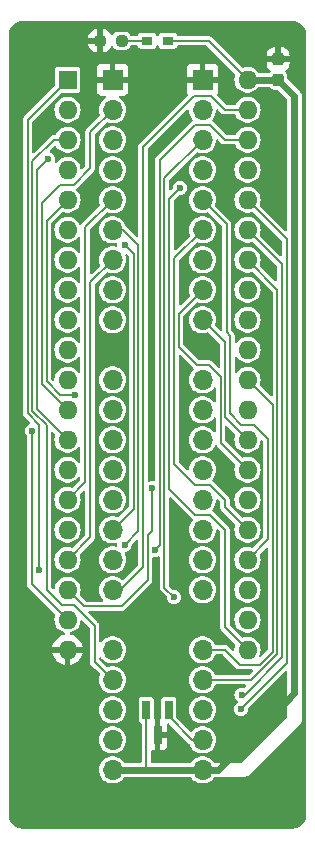
<source format=gbr>
G04 #@! TF.GenerationSoftware,KiCad,Pcbnew,8.0.4+dfsg-1*
G04 #@! TF.CreationDate,2025-03-02T14:45:18+09:00*
G04 #@! TF.ProjectId,bionic-p8085,62696f6e-6963-42d7-9038-3038352e6b69,7*
G04 #@! TF.SameCoordinates,Original*
G04 #@! TF.FileFunction,Copper,L1,Top*
G04 #@! TF.FilePolarity,Positive*
%FSLAX46Y46*%
G04 Gerber Fmt 4.6, Leading zero omitted, Abs format (unit mm)*
G04 Created by KiCad (PCBNEW 8.0.4+dfsg-1) date 2025-03-02 14:45:18*
%MOMM*%
%LPD*%
G01*
G04 APERTURE LIST*
G04 Aperture macros list*
%AMRoundRect*
0 Rectangle with rounded corners*
0 $1 Rounding radius*
0 $2 $3 $4 $5 $6 $7 $8 $9 X,Y pos of 4 corners*
0 Add a 4 corners polygon primitive as box body*
4,1,4,$2,$3,$4,$5,$6,$7,$8,$9,$2,$3,0*
0 Add four circle primitives for the rounded corners*
1,1,$1+$1,$2,$3*
1,1,$1+$1,$4,$5*
1,1,$1+$1,$6,$7*
1,1,$1+$1,$8,$9*
0 Add four rect primitives between the rounded corners*
20,1,$1+$1,$2,$3,$4,$5,0*
20,1,$1+$1,$4,$5,$6,$7,0*
20,1,$1+$1,$6,$7,$8,$9,0*
20,1,$1+$1,$8,$9,$2,$3,0*%
G04 Aperture macros list end*
G04 #@! TA.AperFunction,SMDPad,CuDef*
%ADD10R,0.660400X1.625600*%
G04 #@! TD*
G04 #@! TA.AperFunction,SMDPad,CuDef*
%ADD11RoundRect,0.237500X0.237500X-0.300000X0.237500X0.300000X-0.237500X0.300000X-0.237500X-0.300000X0*%
G04 #@! TD*
G04 #@! TA.AperFunction,ComponentPad*
%ADD12R,1.600000X1.600000*%
G04 #@! TD*
G04 #@! TA.AperFunction,ComponentPad*
%ADD13O,1.600000X1.600000*%
G04 #@! TD*
G04 #@! TA.AperFunction,SMDPad,CuDef*
%ADD14RoundRect,0.237500X0.250000X0.237500X-0.250000X0.237500X-0.250000X-0.237500X0.250000X-0.237500X0*%
G04 #@! TD*
G04 #@! TA.AperFunction,SMDPad,CuDef*
%ADD15R,0.965200X0.762000*%
G04 #@! TD*
G04 #@! TA.AperFunction,ComponentPad*
%ADD16O,1.700000X1.700000*%
G04 #@! TD*
G04 #@! TA.AperFunction,ComponentPad*
%ADD17R,1.700000X1.700000*%
G04 #@! TD*
G04 #@! TA.AperFunction,ViaPad*
%ADD18C,0.600000*%
G04 #@! TD*
G04 #@! TA.AperFunction,Conductor*
%ADD19C,0.600000*%
G04 #@! TD*
G04 #@! TA.AperFunction,Conductor*
%ADD20C,0.200000*%
G04 #@! TD*
G04 APERTURE END LIST*
D10*
X114650001Y-128420000D03*
X112749999Y-128420000D03*
X113700000Y-130552000D03*
D11*
X123910800Y-75080000D03*
X123910800Y-73355000D03*
D12*
X106080000Y-75080000D03*
D13*
X106080000Y-77620000D03*
X106080000Y-80160000D03*
X106080000Y-82700000D03*
X106080000Y-85240000D03*
X106080000Y-87780000D03*
X106080000Y-90320000D03*
X106080000Y-92860000D03*
X106080000Y-95400000D03*
X106080000Y-97940000D03*
X106080000Y-100480000D03*
X106080000Y-103020000D03*
X106080000Y-105560000D03*
X106080000Y-108100000D03*
X106080000Y-110640000D03*
X106080000Y-113180000D03*
X106080000Y-115720000D03*
X106080000Y-118260000D03*
X106080000Y-120800000D03*
X106080000Y-123340000D03*
X121320000Y-123340000D03*
X121320000Y-120800000D03*
X121320000Y-118260000D03*
X121320000Y-115720000D03*
X121320000Y-113180000D03*
X121320000Y-110640000D03*
X121320000Y-108100000D03*
X121320000Y-105560000D03*
X121320000Y-103020000D03*
X121320000Y-100480000D03*
X121320000Y-97940000D03*
X121320000Y-95400000D03*
X121320000Y-92860000D03*
X121320000Y-90320000D03*
X121320000Y-87780000D03*
X121320000Y-85240000D03*
X121320000Y-82700000D03*
X121320000Y-80160000D03*
X121320000Y-77620000D03*
X121320000Y-75080000D03*
D14*
X110652000Y-71778000D03*
X108827000Y-71778000D03*
D15*
X112823700Y-71778000D03*
X114576300Y-71778000D03*
D16*
X117510000Y-133500000D03*
X117510000Y-130960000D03*
X117510000Y-128420000D03*
X117510000Y-125880000D03*
X117510000Y-123340000D03*
X117510000Y-118260000D03*
X117510000Y-115720000D03*
X117510000Y-113180000D03*
X117510000Y-110640000D03*
X117510000Y-108100000D03*
X117510000Y-105560000D03*
X117510000Y-103020000D03*
X117510000Y-100480000D03*
X117510000Y-95400000D03*
X117510000Y-92860000D03*
X117510000Y-90320000D03*
X117510000Y-87780000D03*
X117510000Y-85240000D03*
X117510000Y-82700000D03*
X117510000Y-80160000D03*
X117510000Y-77620000D03*
D17*
X117510000Y-75080000D03*
X109890000Y-75080000D03*
D16*
X109890000Y-77620000D03*
X109890000Y-80160000D03*
X109890000Y-82700000D03*
X109890000Y-85240000D03*
X109890000Y-87780000D03*
X109890000Y-90320000D03*
X109890000Y-92860000D03*
X109890000Y-95400000D03*
X109890000Y-100480000D03*
X109890000Y-103020000D03*
X109890000Y-105560000D03*
X109890000Y-108100000D03*
X109890000Y-110640000D03*
X109890000Y-113180000D03*
X109890000Y-115720000D03*
X109890000Y-118260000D03*
X109890000Y-123340000D03*
X109890000Y-125880000D03*
X109890000Y-128420000D03*
X109890000Y-130960000D03*
X109890000Y-133500000D03*
D18*
X122717000Y-134770000D03*
X121320000Y-73048000D03*
X113192000Y-81303000D03*
X105064000Y-94130000D03*
X116240000Y-106830000D03*
X111033000Y-83970000D03*
X113192000Y-108354000D03*
X113700000Y-132230000D03*
X105064000Y-111910000D03*
X111033000Y-91590000D03*
X120177000Y-114450000D03*
X122590000Y-128166000D03*
X115173200Y-111605200D03*
X115097000Y-118895000D03*
X115605000Y-84224000D03*
X110906000Y-89050000D03*
X103067000Y-104798000D03*
X113511200Y-114870800D03*
X113192000Y-109674800D03*
X110906000Y-114450000D03*
X104429000Y-81811000D03*
X106715000Y-101750000D03*
X103667000Y-116609000D03*
X120812000Y-127150000D03*
X120748500Y-128356500D03*
D19*
X123910800Y-75080000D02*
X121320000Y-75080000D01*
D20*
X114576300Y-71778000D02*
X118018000Y-71778000D01*
D19*
X118780000Y-133500000D02*
X125298000Y-126982000D01*
X109890000Y-133500000D02*
X112684000Y-133500000D01*
X112684000Y-133500000D02*
X117510000Y-133500000D01*
X117510000Y-133500000D02*
X118780000Y-133500000D01*
X125298000Y-126982000D02*
X125298000Y-76467200D01*
D20*
X112684000Y-133500000D02*
X112750000Y-133434000D01*
X118018000Y-71778000D02*
X121320000Y-75080000D01*
D19*
X125298000Y-76467200D02*
X123910800Y-75080000D01*
D20*
X112750000Y-133434000D02*
X112750000Y-128420000D01*
X115478000Y-94892000D02*
X115478000Y-97686000D01*
X118018000Y-99210000D02*
X119034000Y-100226000D01*
X117002000Y-99210000D02*
X118018000Y-99210000D01*
X117510000Y-92860000D02*
X115478000Y-94892000D01*
X119034000Y-105814000D02*
X121320000Y-108100000D01*
X115478000Y-97686000D02*
X117002000Y-99210000D01*
X119034000Y-100226000D02*
X119034000Y-105814000D01*
X119434000Y-103674000D02*
X121320000Y-105560000D01*
X117510000Y-95400000D02*
X119434000Y-97324000D01*
X119434000Y-97324000D02*
X119434000Y-103674000D01*
X118145000Y-109370000D02*
X119415000Y-110640000D01*
X117510000Y-87780000D02*
X115078000Y-90212000D01*
X115078000Y-90212000D02*
X115078000Y-107573000D01*
X115078000Y-107573000D02*
X116875000Y-109370000D01*
X116875000Y-109370000D02*
X118145000Y-109370000D01*
X119415000Y-110640000D02*
X119415000Y-111275000D01*
X119415000Y-111275000D02*
X121320000Y-113180000D01*
X119542000Y-87272000D02*
X119542000Y-96450657D01*
X123047200Y-105509200D02*
X123047200Y-113992800D01*
X123047200Y-113992800D02*
X121320000Y-115720000D01*
X119542000Y-96450657D02*
X119834000Y-96742657D01*
X120791650Y-104290000D02*
X121828000Y-104290000D01*
X119834000Y-103332350D02*
X120791650Y-104290000D01*
X121828000Y-104290000D02*
X123047200Y-105509200D01*
X119834000Y-96742657D02*
X119834000Y-103332350D01*
X117510000Y-85240000D02*
X119542000Y-87272000D01*
X115097000Y-118895000D02*
X114278000Y-118076000D01*
X114278000Y-83392000D02*
X117510000Y-80160000D01*
X114278000Y-118076000D02*
X114278000Y-83392000D01*
X115605000Y-84224000D02*
X114678000Y-85151000D01*
X119415000Y-121435000D02*
X121320000Y-123340000D01*
X116875000Y-111910000D02*
X118145000Y-111910000D01*
X114678000Y-85151000D02*
X114678000Y-109713000D01*
X119415000Y-113180000D02*
X119415000Y-121435000D01*
X114678000Y-109713000D02*
X116875000Y-111910000D01*
X118145000Y-111910000D02*
X119415000Y-113180000D01*
X111668000Y-111402000D02*
X109890000Y-113180000D01*
X110906000Y-89050000D02*
X111668000Y-89812000D01*
X111668000Y-89812000D02*
X111668000Y-111402000D01*
X103032000Y-104833000D02*
X103032000Y-117752000D01*
X103032000Y-117752000D02*
X106080000Y-120800000D01*
X103067000Y-104798000D02*
X103032000Y-104833000D01*
X113878000Y-81887000D02*
X116875000Y-78890000D01*
X113878000Y-114504000D02*
X113878000Y-81887000D01*
X119415000Y-80160000D02*
X121320000Y-80160000D01*
X113511200Y-114870800D02*
X113878000Y-114504000D01*
X118145000Y-78890000D02*
X119415000Y-80160000D01*
X116875000Y-78890000D02*
X118145000Y-78890000D01*
X112868000Y-113619372D02*
X112868000Y-117441000D01*
X113192000Y-109674800D02*
X113192000Y-113295372D01*
X113192000Y-113295372D02*
X112868000Y-113619372D01*
X107477000Y-119657000D02*
X106080000Y-118260000D01*
X112868000Y-117441000D02*
X110652000Y-119657000D01*
X110652000Y-119657000D02*
X107477000Y-119657000D01*
X109890000Y-90320000D02*
X107969000Y-92241000D01*
X107969000Y-92241000D02*
X107969000Y-113831000D01*
X107969000Y-113831000D02*
X106080000Y-115720000D01*
X112068000Y-113288000D02*
X112068000Y-89069000D01*
X110779000Y-87780000D02*
X109890000Y-87780000D01*
X112068000Y-89069000D02*
X110779000Y-87780000D01*
X110906000Y-114450000D02*
X112068000Y-113288000D01*
X109890000Y-85240000D02*
X107569000Y-87561000D01*
X107569000Y-109151000D02*
X106080000Y-110640000D01*
X107569000Y-87561000D02*
X107569000Y-109151000D01*
X103502000Y-102982000D02*
X106080000Y-105560000D01*
X103502000Y-82738000D02*
X103502000Y-102982000D01*
X104429000Y-81811000D02*
X103502000Y-82738000D01*
X107985000Y-79525000D02*
X109890000Y-77620000D01*
X107985000Y-82573000D02*
X107985000Y-79525000D01*
X106588000Y-83970000D02*
X107985000Y-82573000D01*
X105451900Y-83970000D02*
X106588000Y-83970000D01*
X103902000Y-100842000D02*
X103902000Y-85519900D01*
X103902000Y-85519900D02*
X105451900Y-83970000D01*
X106080000Y-103020000D02*
X103902000Y-100842000D01*
X104302000Y-87018000D02*
X106080000Y-85240000D01*
X104302000Y-100597635D02*
X104302000Y-87018000D01*
X105454365Y-101750000D02*
X104302000Y-100597635D01*
X106715000Y-101750000D02*
X105454365Y-101750000D01*
X102702000Y-103313371D02*
X102702000Y-78458000D01*
X103667000Y-104278372D02*
X102702000Y-103313371D01*
X102702000Y-78458000D02*
X106080000Y-75080000D01*
X103667000Y-116609000D02*
X103667000Y-104278372D01*
X121066000Y-127150000D02*
X124247200Y-123968800D01*
X124247200Y-90707200D02*
X121320000Y-87780000D01*
X120812000Y-127150000D02*
X121066000Y-127150000D01*
X124247200Y-123968800D02*
X124247200Y-90707200D01*
X118265000Y-76470000D02*
X116755000Y-76470000D01*
X116755000Y-76470000D02*
X112468000Y-80757000D01*
X121320000Y-77620000D02*
X119415000Y-77620000D01*
X119415000Y-77620000D02*
X118265000Y-76470000D01*
X112468000Y-116342400D02*
X110550400Y-118260000D01*
X110550400Y-118260000D02*
X109890000Y-118260000D01*
X112468000Y-80757000D02*
X112468000Y-116342400D01*
X112823700Y-71778000D02*
X110652000Y-71778000D01*
X123847200Y-123676113D02*
X121643314Y-125880000D01*
X123847200Y-92847200D02*
X123847200Y-123676113D01*
X121643314Y-125880000D02*
X117510000Y-125880000D01*
X121320000Y-90320000D02*
X123847200Y-92847200D01*
X120685000Y-124610000D02*
X122347628Y-124610000D01*
X122347628Y-124610000D02*
X123447200Y-123510428D01*
X123447200Y-102607200D02*
X121320000Y-100480000D01*
X119415000Y-123340000D02*
X120685000Y-124610000D01*
X117510000Y-123340000D02*
X119415000Y-123340000D01*
X123447200Y-123510428D02*
X123447200Y-102607200D01*
X124647200Y-124457800D02*
X124647200Y-88567200D01*
X120748500Y-128356500D02*
X124647200Y-124457800D01*
X124647200Y-88567200D02*
X121320000Y-85240000D01*
X117510000Y-130960000D02*
X116621000Y-130960000D01*
X114650000Y-128989000D02*
X114650000Y-128420000D01*
X116621000Y-130960000D02*
X114650000Y-128989000D01*
X104302000Y-104347686D02*
X104302000Y-118260000D01*
X106080000Y-80160000D02*
X104937000Y-80160000D01*
X108366000Y-124356000D02*
X109890000Y-125880000D01*
X103102000Y-81995000D02*
X103102000Y-103147686D01*
X103102000Y-103147686D02*
X104302000Y-104347686D01*
X104302000Y-118260000D02*
X105572000Y-119530000D01*
X105572000Y-119530000D02*
X106588000Y-119530000D01*
X104937000Y-80160000D02*
X103102000Y-81995000D01*
X108366000Y-121308000D02*
X108366000Y-124356000D01*
X106588000Y-119530000D02*
X108366000Y-121308000D01*
G04 #@! TA.AperFunction,Conductor*
G36*
X115647504Y-98421897D02*
G01*
X116681520Y-99455913D01*
X116681519Y-99455913D01*
X116724614Y-99499007D01*
X116752392Y-99553523D01*
X116742821Y-99613955D01*
X116721308Y-99642172D01*
X116656129Y-99701591D01*
X116656128Y-99701592D01*
X116527640Y-99871736D01*
X116527630Y-99871752D01*
X116432596Y-100062608D01*
X116374244Y-100267688D01*
X116361407Y-100406221D01*
X116354571Y-100480000D01*
X116374244Y-100692310D01*
X116432595Y-100897389D01*
X116527634Y-101088255D01*
X116656128Y-101258407D01*
X116656135Y-101258413D01*
X116813692Y-101402047D01*
X116813699Y-101402053D01*
X116917389Y-101466255D01*
X116994981Y-101514298D01*
X117193802Y-101591321D01*
X117403390Y-101630500D01*
X117616610Y-101630500D01*
X117826198Y-101591321D01*
X118025019Y-101514298D01*
X118206302Y-101402052D01*
X118363872Y-101258407D01*
X118455498Y-101137075D01*
X118505653Y-101102034D01*
X118566827Y-101103165D01*
X118615654Y-101140037D01*
X118633500Y-101196738D01*
X118633500Y-102303261D01*
X118614593Y-102361452D01*
X118565093Y-102397416D01*
X118503907Y-102397416D01*
X118455497Y-102362922D01*
X118363880Y-102241603D01*
X118363877Y-102241600D01*
X118363872Y-102241593D01*
X118258373Y-102145417D01*
X118206307Y-102097952D01*
X118206300Y-102097946D01*
X118025024Y-101985705D01*
X118025019Y-101985702D01*
X117826195Y-101908678D01*
X117616610Y-101869500D01*
X117403390Y-101869500D01*
X117193804Y-101908678D01*
X116994980Y-101985702D01*
X116994975Y-101985705D01*
X116813699Y-102097946D01*
X116813692Y-102097952D01*
X116656135Y-102241586D01*
X116656131Y-102241589D01*
X116656128Y-102241593D01*
X116656125Y-102241597D01*
X116527635Y-102411743D01*
X116527630Y-102411752D01*
X116432596Y-102602608D01*
X116374244Y-102807688D01*
X116374244Y-102807690D01*
X116354571Y-103020000D01*
X116374244Y-103232310D01*
X116432595Y-103437389D01*
X116527634Y-103628255D01*
X116656128Y-103798407D01*
X116726734Y-103862773D01*
X116813692Y-103942047D01*
X116813699Y-103942053D01*
X116858060Y-103969520D01*
X116994981Y-104054298D01*
X117193802Y-104131321D01*
X117403390Y-104170500D01*
X117616610Y-104170500D01*
X117826198Y-104131321D01*
X118025019Y-104054298D01*
X118206302Y-103942052D01*
X118363872Y-103798407D01*
X118455498Y-103677075D01*
X118505653Y-103642034D01*
X118566827Y-103643165D01*
X118615654Y-103680037D01*
X118633500Y-103736738D01*
X118633500Y-104843261D01*
X118614593Y-104901452D01*
X118565093Y-104937416D01*
X118503907Y-104937416D01*
X118455497Y-104902922D01*
X118363880Y-104781603D01*
X118363877Y-104781600D01*
X118363872Y-104781593D01*
X118277988Y-104703299D01*
X118206307Y-104637952D01*
X118206300Y-104637946D01*
X118025024Y-104525705D01*
X118025019Y-104525702D01*
X117826195Y-104448678D01*
X117616610Y-104409500D01*
X117403390Y-104409500D01*
X117193804Y-104448678D01*
X116994980Y-104525702D01*
X116994975Y-104525705D01*
X116813699Y-104637946D01*
X116813692Y-104637952D01*
X116656135Y-104781586D01*
X116656131Y-104781589D01*
X116656128Y-104781593D01*
X116656125Y-104781597D01*
X116527635Y-104951743D01*
X116527630Y-104951752D01*
X116432596Y-105142608D01*
X116374244Y-105347688D01*
X116354571Y-105560000D01*
X116367600Y-105700614D01*
X116374244Y-105772310D01*
X116432595Y-105977389D01*
X116527634Y-106168255D01*
X116656128Y-106338407D01*
X116656135Y-106338413D01*
X116813692Y-106482047D01*
X116813699Y-106482053D01*
X116917389Y-106546255D01*
X116994981Y-106594298D01*
X117193802Y-106671321D01*
X117403390Y-106710500D01*
X117616610Y-106710500D01*
X117826198Y-106671321D01*
X118025019Y-106594298D01*
X118206302Y-106482052D01*
X118363872Y-106338407D01*
X118492366Y-106168255D01*
X118541567Y-106069444D01*
X118584427Y-106025785D01*
X118644768Y-106015655D01*
X118699539Y-106042927D01*
X118709030Y-106055177D01*
X118709569Y-106054764D01*
X118713517Y-106059909D01*
X118713518Y-106059910D01*
X118713520Y-106059913D01*
X119603107Y-106949500D01*
X120262663Y-107609056D01*
X120290440Y-107663573D01*
X120287880Y-107706152D01*
X120233603Y-107896915D01*
X120233603Y-107896917D01*
X120214785Y-108100000D01*
X120233603Y-108303083D01*
X120289418Y-108499250D01*
X120380327Y-108681821D01*
X120503236Y-108844579D01*
X120653959Y-108981981D01*
X120827363Y-109089348D01*
X121017544Y-109163024D01*
X121218024Y-109200500D01*
X121421976Y-109200500D01*
X121622456Y-109163024D01*
X121812637Y-109089348D01*
X121986041Y-108981981D01*
X122136764Y-108844579D01*
X122259673Y-108681821D01*
X122350582Y-108499250D01*
X122406397Y-108303083D01*
X122425215Y-108100000D01*
X122406397Y-107896917D01*
X122350582Y-107700750D01*
X122259673Y-107518179D01*
X122136764Y-107355421D01*
X121986041Y-107218019D01*
X121812637Y-107110652D01*
X121622456Y-107036976D01*
X121622455Y-107036975D01*
X121622453Y-107036975D01*
X121421976Y-106999500D01*
X121218024Y-106999500D01*
X121017552Y-107036974D01*
X121017546Y-107036975D01*
X121017544Y-107036976D01*
X120951296Y-107062639D01*
X120937738Y-107067892D01*
X120876647Y-107071281D01*
X120831973Y-107045580D01*
X119463496Y-105677103D01*
X119435719Y-105622586D01*
X119434500Y-105607099D01*
X119434500Y-104479900D01*
X119453407Y-104421709D01*
X119502907Y-104385745D01*
X119564093Y-104385745D01*
X119603503Y-104409895D01*
X119942499Y-104748892D01*
X120262663Y-105069056D01*
X120290440Y-105123573D01*
X120287880Y-105166152D01*
X120233603Y-105356915D01*
X120233603Y-105356917D01*
X120214785Y-105560000D01*
X120233603Y-105763083D01*
X120289418Y-105959250D01*
X120380327Y-106141821D01*
X120503236Y-106304579D01*
X120653959Y-106441981D01*
X120827363Y-106549348D01*
X121017544Y-106623024D01*
X121218024Y-106660500D01*
X121421976Y-106660500D01*
X121622456Y-106623024D01*
X121812637Y-106549348D01*
X121986041Y-106441981D01*
X122136764Y-106304579D01*
X122259673Y-106141821D01*
X122350582Y-105959250D01*
X122406397Y-105763083D01*
X122414779Y-105672619D01*
X122438974Y-105616425D01*
X122491581Y-105585181D01*
X122552505Y-105590826D01*
X122583360Y-105611753D01*
X122617704Y-105646097D01*
X122645481Y-105700614D01*
X122646700Y-105716101D01*
X122646700Y-113785899D01*
X122627793Y-113844090D01*
X122617704Y-113855903D01*
X121808026Y-114665580D01*
X121753509Y-114693357D01*
X121702260Y-114687891D01*
X121622456Y-114656976D01*
X121421976Y-114619500D01*
X121218024Y-114619500D01*
X121017546Y-114656975D01*
X121017541Y-114656977D01*
X120827363Y-114730652D01*
X120653959Y-114838019D01*
X120503237Y-114975420D01*
X120380328Y-115138177D01*
X120380323Y-115138186D01*
X120298450Y-115302611D01*
X120289418Y-115320750D01*
X120233603Y-115516917D01*
X120214785Y-115720000D01*
X120233603Y-115923083D01*
X120289418Y-116119250D01*
X120380327Y-116301821D01*
X120503236Y-116464579D01*
X120653959Y-116601981D01*
X120827363Y-116709348D01*
X121017544Y-116783024D01*
X121218024Y-116820500D01*
X121421976Y-116820500D01*
X121622456Y-116783024D01*
X121812637Y-116709348D01*
X121986041Y-116601981D01*
X122136764Y-116464579D01*
X122259673Y-116301821D01*
X122350582Y-116119250D01*
X122406397Y-115923083D01*
X122425215Y-115720000D01*
X122406397Y-115516917D01*
X122352118Y-115326148D01*
X122354379Y-115265010D01*
X122377333Y-115229058D01*
X122877696Y-114728696D01*
X122932213Y-114700919D01*
X122992645Y-114710490D01*
X123035910Y-114753755D01*
X123046700Y-114798700D01*
X123046700Y-123303527D01*
X123027793Y-123361718D01*
X123017704Y-123373531D01*
X122480796Y-123910438D01*
X122426279Y-123938215D01*
X122365847Y-123928644D01*
X122322582Y-123885379D01*
X122313011Y-123824947D01*
X122322168Y-123796311D01*
X122350582Y-123739250D01*
X122406397Y-123543083D01*
X122425215Y-123340000D01*
X122406397Y-123136917D01*
X122350582Y-122940750D01*
X122259673Y-122758179D01*
X122136764Y-122595421D01*
X121986041Y-122458019D01*
X121812637Y-122350652D01*
X121622456Y-122276976D01*
X121622455Y-122276975D01*
X121622453Y-122276975D01*
X121421976Y-122239500D01*
X121218024Y-122239500D01*
X121017552Y-122276974D01*
X121017546Y-122276975D01*
X121017544Y-122276976D01*
X120951296Y-122302639D01*
X120937738Y-122307892D01*
X120876647Y-122311281D01*
X120831973Y-122285580D01*
X119844496Y-121298103D01*
X119816719Y-121243586D01*
X119815500Y-121228099D01*
X119815500Y-120800000D01*
X120214785Y-120800000D01*
X120233603Y-121003083D01*
X120265310Y-121114521D01*
X120289419Y-121199252D01*
X120369823Y-121360727D01*
X120380327Y-121381821D01*
X120503236Y-121544579D01*
X120653959Y-121681981D01*
X120827363Y-121789348D01*
X121017544Y-121863024D01*
X121218024Y-121900500D01*
X121421976Y-121900500D01*
X121622456Y-121863024D01*
X121812637Y-121789348D01*
X121986041Y-121681981D01*
X122136764Y-121544579D01*
X122259673Y-121381821D01*
X122350582Y-121199250D01*
X122406397Y-121003083D01*
X122425215Y-120800000D01*
X122406397Y-120596917D01*
X122350582Y-120400750D01*
X122259673Y-120218179D01*
X122136764Y-120055421D01*
X121986041Y-119918019D01*
X121812637Y-119810652D01*
X121622456Y-119736976D01*
X121622455Y-119736975D01*
X121622453Y-119736975D01*
X121421976Y-119699500D01*
X121218024Y-119699500D01*
X121017546Y-119736975D01*
X120947632Y-119764059D01*
X120827363Y-119810652D01*
X120653959Y-119918019D01*
X120503237Y-120055420D01*
X120380328Y-120218177D01*
X120380323Y-120218186D01*
X120289419Y-120400747D01*
X120289418Y-120400750D01*
X120233603Y-120596917D01*
X120214785Y-120800000D01*
X119815500Y-120800000D01*
X119815500Y-118260000D01*
X120214785Y-118260000D01*
X120233603Y-118463083D01*
X120289418Y-118659250D01*
X120380327Y-118841821D01*
X120503236Y-119004579D01*
X120653959Y-119141981D01*
X120827363Y-119249348D01*
X121017544Y-119323024D01*
X121218024Y-119360500D01*
X121421976Y-119360500D01*
X121622456Y-119323024D01*
X121812637Y-119249348D01*
X121986041Y-119141981D01*
X122136764Y-119004579D01*
X122259673Y-118841821D01*
X122350582Y-118659250D01*
X122406397Y-118463083D01*
X122425215Y-118260000D01*
X122406397Y-118056917D01*
X122350582Y-117860750D01*
X122259673Y-117678179D01*
X122136764Y-117515421D01*
X121986041Y-117378019D01*
X121812637Y-117270652D01*
X121622456Y-117196976D01*
X121622455Y-117196975D01*
X121622453Y-117196975D01*
X121421976Y-117159500D01*
X121218024Y-117159500D01*
X121017546Y-117196975D01*
X121013496Y-117198544D01*
X120827363Y-117270652D01*
X120718678Y-117337947D01*
X120653959Y-117378019D01*
X120503237Y-117515420D01*
X120380328Y-117678177D01*
X120380323Y-117678186D01*
X120298450Y-117842611D01*
X120289418Y-117860750D01*
X120233603Y-118056917D01*
X120214785Y-118260000D01*
X119815500Y-118260000D01*
X119815500Y-113127274D01*
X119815500Y-113127273D01*
X119788207Y-113025413D01*
X119788207Y-113025412D01*
X119788207Y-113025411D01*
X119735483Y-112934091D01*
X119735481Y-112934089D01*
X119735480Y-112934087D01*
X118390913Y-111589520D01*
X118390910Y-111589518D01*
X118376680Y-111581302D01*
X118335739Y-111535831D01*
X118329345Y-111474981D01*
X118359489Y-111422401D01*
X118363872Y-111418407D01*
X118492366Y-111248255D01*
X118587405Y-111057389D01*
X118645756Y-110852310D01*
X118661505Y-110682346D01*
X118685700Y-110626151D01*
X118738307Y-110594907D01*
X118799231Y-110600553D01*
X118830086Y-110621479D01*
X118985504Y-110776897D01*
X119013281Y-110831414D01*
X119014500Y-110846901D01*
X119014500Y-111222273D01*
X119014500Y-111327727D01*
X119029733Y-111384579D01*
X119041794Y-111429592D01*
X119094516Y-111520908D01*
X119094517Y-111520909D01*
X119094518Y-111520910D01*
X119094520Y-111520913D01*
X119682850Y-112109243D01*
X120262663Y-112689056D01*
X120290440Y-112743573D01*
X120287880Y-112786152D01*
X120233603Y-112976915D01*
X120233603Y-112976917D01*
X120214785Y-113180000D01*
X120233603Y-113383083D01*
X120289418Y-113579250D01*
X120380327Y-113761821D01*
X120503236Y-113924579D01*
X120653959Y-114061981D01*
X120827363Y-114169348D01*
X121017544Y-114243024D01*
X121218024Y-114280500D01*
X121421976Y-114280500D01*
X121622456Y-114243024D01*
X121812637Y-114169348D01*
X121986041Y-114061981D01*
X122136764Y-113924579D01*
X122259673Y-113761821D01*
X122350582Y-113579250D01*
X122406397Y-113383083D01*
X122425215Y-113180000D01*
X122406397Y-112976917D01*
X122350582Y-112780750D01*
X122259673Y-112598179D01*
X122136764Y-112435421D01*
X121986041Y-112298019D01*
X121812637Y-112190652D01*
X121622456Y-112116976D01*
X121622455Y-112116975D01*
X121622453Y-112116975D01*
X121421976Y-112079500D01*
X121218024Y-112079500D01*
X121017552Y-112116974D01*
X121017546Y-112116975D01*
X121017544Y-112116976D01*
X120977352Y-112132546D01*
X120937738Y-112147892D01*
X120876647Y-112151281D01*
X120831973Y-112125580D01*
X119844496Y-111138103D01*
X119816719Y-111083586D01*
X119815500Y-111068099D01*
X119815500Y-110640000D01*
X120214785Y-110640000D01*
X120233603Y-110843083D01*
X120289418Y-111039250D01*
X120380327Y-111221821D01*
X120503236Y-111384579D01*
X120653959Y-111521981D01*
X120827363Y-111629348D01*
X121017544Y-111703024D01*
X121218024Y-111740500D01*
X121421976Y-111740500D01*
X121622456Y-111703024D01*
X121812637Y-111629348D01*
X121986041Y-111521981D01*
X122136764Y-111384579D01*
X122259673Y-111221821D01*
X122350582Y-111039250D01*
X122406397Y-110843083D01*
X122425215Y-110640000D01*
X122406397Y-110436917D01*
X122350582Y-110240750D01*
X122259673Y-110058179D01*
X122136764Y-109895421D01*
X121986041Y-109758019D01*
X121812637Y-109650652D01*
X121622456Y-109576976D01*
X121622455Y-109576975D01*
X121622453Y-109576975D01*
X121421976Y-109539500D01*
X121218024Y-109539500D01*
X121017546Y-109576975D01*
X121017541Y-109576977D01*
X120827363Y-109650652D01*
X120718676Y-109717948D01*
X120653959Y-109758019D01*
X120503237Y-109895420D01*
X120380328Y-110058177D01*
X120380323Y-110058186D01*
X120298450Y-110222611D01*
X120289418Y-110240750D01*
X120233603Y-110436917D01*
X120214785Y-110640000D01*
X119815500Y-110640000D01*
X119815500Y-110587274D01*
X119815500Y-110587273D01*
X119788207Y-110485413D01*
X119788207Y-110485412D01*
X119788207Y-110485411D01*
X119735483Y-110394091D01*
X119735481Y-110394089D01*
X119735480Y-110394087D01*
X118390913Y-109049520D01*
X118390910Y-109049518D01*
X118376680Y-109041302D01*
X118335739Y-108995831D01*
X118329345Y-108934981D01*
X118359489Y-108882401D01*
X118363872Y-108878407D01*
X118492366Y-108708255D01*
X118587405Y-108517389D01*
X118645756Y-108312310D01*
X118665429Y-108100000D01*
X118645756Y-107887690D01*
X118587405Y-107682611D01*
X118492366Y-107491745D01*
X118363872Y-107321593D01*
X118309623Y-107272139D01*
X118206307Y-107177952D01*
X118206300Y-107177946D01*
X118025024Y-107065705D01*
X118025019Y-107065702D01*
X117826195Y-106988678D01*
X117616610Y-106949500D01*
X117403390Y-106949500D01*
X117193804Y-106988678D01*
X116994980Y-107065702D01*
X116994975Y-107065705D01*
X116813699Y-107177946D01*
X116813692Y-107177952D01*
X116656135Y-107321586D01*
X116656131Y-107321589D01*
X116656128Y-107321593D01*
X116656125Y-107321597D01*
X116527635Y-107491743D01*
X116527630Y-107491752D01*
X116432596Y-107682608D01*
X116374244Y-107887688D01*
X116358495Y-108057651D01*
X116334299Y-108113849D01*
X116281691Y-108145092D01*
X116220767Y-108139446D01*
X116189913Y-108118520D01*
X115507496Y-107436103D01*
X115479719Y-107381586D01*
X115478500Y-107366099D01*
X115478500Y-98491901D01*
X115497407Y-98433710D01*
X115546907Y-98397746D01*
X115608093Y-98397746D01*
X115647504Y-98421897D01*
G37*
G04 #@! TD.AperFunction*
G04 #@! TA.AperFunction,Conductor*
G36*
X111138651Y-89850052D02*
G01*
X111147532Y-89857925D01*
X111238505Y-89948897D01*
X111266281Y-90003412D01*
X111267500Y-90018899D01*
X111267500Y-111195098D01*
X111248593Y-111253289D01*
X111238504Y-111265102D01*
X110416673Y-112086932D01*
X110362156Y-112114709D01*
X110310907Y-112109243D01*
X110206198Y-112068679D01*
X110206197Y-112068678D01*
X110206195Y-112068678D01*
X109996610Y-112029500D01*
X109783390Y-112029500D01*
X109573804Y-112068678D01*
X109374980Y-112145702D01*
X109374975Y-112145705D01*
X109193699Y-112257946D01*
X109193692Y-112257952D01*
X109036135Y-112401586D01*
X109036131Y-112401589D01*
X109036128Y-112401593D01*
X109036125Y-112401597D01*
X108907635Y-112571743D01*
X108907630Y-112571752D01*
X108812596Y-112762608D01*
X108754244Y-112967688D01*
X108754244Y-112967690D01*
X108734571Y-113180000D01*
X108754244Y-113392310D01*
X108807434Y-113579252D01*
X108812596Y-113597391D01*
X108898707Y-113770328D01*
X108907634Y-113788255D01*
X109036128Y-113958407D01*
X109036135Y-113958413D01*
X109193692Y-114102047D01*
X109193699Y-114102053D01*
X109297389Y-114166255D01*
X109374981Y-114214298D01*
X109573802Y-114291321D01*
X109783390Y-114330500D01*
X109996609Y-114330500D01*
X109996610Y-114330500D01*
X110189954Y-114294357D01*
X110250624Y-114302249D01*
X110295072Y-114344298D01*
X110306315Y-114404441D01*
X110306295Y-114404591D01*
X110300318Y-114449996D01*
X110300318Y-114450002D01*
X110306295Y-114495407D01*
X110295144Y-114555568D01*
X110250761Y-114597685D01*
X110190100Y-114605669D01*
X109996610Y-114569500D01*
X109783390Y-114569500D01*
X109573804Y-114608678D01*
X109374980Y-114685702D01*
X109374975Y-114685705D01*
X109193699Y-114797946D01*
X109193692Y-114797952D01*
X109036135Y-114941586D01*
X109036131Y-114941589D01*
X109036128Y-114941593D01*
X109036125Y-114941597D01*
X108907635Y-115111743D01*
X108907630Y-115111752D01*
X108812596Y-115302608D01*
X108754244Y-115507688D01*
X108754244Y-115507690D01*
X108734571Y-115720000D01*
X108754244Y-115932310D01*
X108812595Y-116137389D01*
X108907634Y-116328255D01*
X109036128Y-116498407D01*
X109036135Y-116498413D01*
X109193692Y-116642047D01*
X109193699Y-116642053D01*
X109297389Y-116706255D01*
X109374981Y-116754298D01*
X109573802Y-116831321D01*
X109783390Y-116870500D01*
X109996610Y-116870500D01*
X110206198Y-116831321D01*
X110405019Y-116754298D01*
X110586302Y-116642052D01*
X110743872Y-116498407D01*
X110872366Y-116328255D01*
X110967405Y-116137389D01*
X111025756Y-115932310D01*
X111045429Y-115720000D01*
X111025756Y-115507690D01*
X110967405Y-115302611D01*
X110910066Y-115187458D01*
X110901054Y-115126943D01*
X110929334Y-115072686D01*
X110984105Y-115045413D01*
X110985704Y-115045188D01*
X111062762Y-115035044D01*
X111208841Y-114974536D01*
X111334282Y-114878282D01*
X111430536Y-114752841D01*
X111491044Y-114606762D01*
X111511682Y-114450000D01*
X111512529Y-114443567D01*
X111514256Y-114443794D01*
X111530589Y-114393527D01*
X111540678Y-114381714D01*
X111753045Y-114169347D01*
X111898497Y-114023895D01*
X111953013Y-113996119D01*
X112013445Y-114005690D01*
X112056710Y-114048955D01*
X112067500Y-114093900D01*
X112067500Y-116135498D01*
X112048593Y-116193689D01*
X112038504Y-116205502D01*
X110820413Y-117423592D01*
X110765896Y-117451369D01*
X110705464Y-117441798D01*
X110683713Y-117426750D01*
X110586301Y-117337947D01*
X110586300Y-117337946D01*
X110405024Y-117225705D01*
X110405019Y-117225702D01*
X110345236Y-117202542D01*
X110206198Y-117148679D01*
X110206197Y-117148678D01*
X110206195Y-117148678D01*
X109996610Y-117109500D01*
X109783390Y-117109500D01*
X109573804Y-117148678D01*
X109374980Y-117225702D01*
X109374975Y-117225705D01*
X109193699Y-117337946D01*
X109193692Y-117337952D01*
X109036135Y-117481586D01*
X109036131Y-117481589D01*
X109036128Y-117481593D01*
X109036125Y-117481597D01*
X108907635Y-117651743D01*
X108907630Y-117651752D01*
X108812596Y-117842608D01*
X108754244Y-118047688D01*
X108754244Y-118047690D01*
X108734571Y-118260000D01*
X108754244Y-118472310D01*
X108812595Y-118677389D01*
X108907634Y-118868255D01*
X109036128Y-119038407D01*
X109036135Y-119038413D01*
X109086512Y-119084339D01*
X109116778Y-119137514D01*
X109110007Y-119198324D01*
X109068786Y-119243540D01*
X109019816Y-119256500D01*
X107683901Y-119256500D01*
X107625710Y-119237593D01*
X107613897Y-119227504D01*
X107137336Y-118750943D01*
X107109559Y-118696426D01*
X107112118Y-118653848D01*
X107166397Y-118463083D01*
X107185215Y-118260000D01*
X107166397Y-118056917D01*
X107110582Y-117860750D01*
X107019673Y-117678179D01*
X106896764Y-117515421D01*
X106746041Y-117378019D01*
X106572637Y-117270652D01*
X106382456Y-117196976D01*
X106382455Y-117196975D01*
X106382453Y-117196975D01*
X106181976Y-117159500D01*
X105978024Y-117159500D01*
X105777546Y-117196975D01*
X105773496Y-117198544D01*
X105587363Y-117270652D01*
X105478678Y-117337947D01*
X105413959Y-117378019D01*
X105263237Y-117515420D01*
X105140328Y-117678177D01*
X105140323Y-117678186D01*
X105058450Y-117842611D01*
X105049418Y-117860750D01*
X105042636Y-117884586D01*
X104993603Y-118056917D01*
X104985221Y-118147377D01*
X104961025Y-118203575D01*
X104908417Y-118234818D01*
X104847493Y-118229172D01*
X104816639Y-118208246D01*
X104731496Y-118123103D01*
X104703719Y-118068586D01*
X104702500Y-118053099D01*
X104702500Y-113180000D01*
X104974785Y-113180000D01*
X104993603Y-113383083D01*
X105049418Y-113579250D01*
X105140327Y-113761821D01*
X105263236Y-113924579D01*
X105413959Y-114061981D01*
X105587363Y-114169348D01*
X105777544Y-114243024D01*
X105978024Y-114280500D01*
X106181976Y-114280500D01*
X106382456Y-114243024D01*
X106572637Y-114169348D01*
X106746041Y-114061981D01*
X106896764Y-113924579D01*
X107019673Y-113761821D01*
X107110582Y-113579250D01*
X107166397Y-113383083D01*
X107185215Y-113180000D01*
X107166397Y-112976917D01*
X107110582Y-112780750D01*
X107019673Y-112598179D01*
X106896764Y-112435421D01*
X106746041Y-112298019D01*
X106572637Y-112190652D01*
X106382456Y-112116976D01*
X106382455Y-112116975D01*
X106382453Y-112116975D01*
X106181976Y-112079500D01*
X105978024Y-112079500D01*
X105777546Y-112116975D01*
X105770538Y-112119690D01*
X105587363Y-112190652D01*
X105478676Y-112257948D01*
X105413959Y-112298019D01*
X105263237Y-112435420D01*
X105140328Y-112598177D01*
X105140323Y-112598186D01*
X105058450Y-112762611D01*
X105049418Y-112780750D01*
X104993603Y-112976917D01*
X104974785Y-113180000D01*
X104702500Y-113180000D01*
X104702500Y-104987899D01*
X104721407Y-104929708D01*
X104770907Y-104893744D01*
X104832093Y-104893744D01*
X104871502Y-104917895D01*
X104989044Y-105035436D01*
X105022664Y-105069057D01*
X105050441Y-105123573D01*
X105047881Y-105166151D01*
X104993603Y-105356917D01*
X104974785Y-105560000D01*
X104993603Y-105763083D01*
X105049418Y-105959250D01*
X105140327Y-106141821D01*
X105263236Y-106304579D01*
X105413959Y-106441981D01*
X105587363Y-106549348D01*
X105777544Y-106623024D01*
X105978024Y-106660500D01*
X106181976Y-106660500D01*
X106382456Y-106623024D01*
X106572637Y-106549348D01*
X106746041Y-106441981D01*
X106896764Y-106304579D01*
X106990498Y-106180454D01*
X107040652Y-106145413D01*
X107101827Y-106146544D01*
X107150654Y-106183416D01*
X107168500Y-106240117D01*
X107168500Y-107419882D01*
X107149593Y-107478073D01*
X107100093Y-107514037D01*
X107038907Y-107514037D01*
X106990496Y-107479543D01*
X106989386Y-107478073D01*
X106896764Y-107355421D01*
X106746041Y-107218019D01*
X106572637Y-107110652D01*
X106382456Y-107036976D01*
X106382455Y-107036975D01*
X106382453Y-107036975D01*
X106181976Y-106999500D01*
X105978024Y-106999500D01*
X105777546Y-107036975D01*
X105755334Y-107045580D01*
X105587363Y-107110652D01*
X105413959Y-107218019D01*
X105263236Y-107355421D01*
X105243477Y-107381586D01*
X105140328Y-107518177D01*
X105140323Y-107518186D01*
X105058450Y-107682611D01*
X105049418Y-107700750D01*
X104993603Y-107896917D01*
X104974785Y-108100000D01*
X104993603Y-108303083D01*
X105049418Y-108499250D01*
X105140327Y-108681821D01*
X105263236Y-108844579D01*
X105413959Y-108981981D01*
X105587363Y-109089348D01*
X105777544Y-109163024D01*
X105978024Y-109200500D01*
X106181976Y-109200500D01*
X106382456Y-109163024D01*
X106572637Y-109089348D01*
X106746041Y-108981981D01*
X106896764Y-108844579D01*
X106990498Y-108720454D01*
X107040652Y-108685413D01*
X107101827Y-108686544D01*
X107150654Y-108723416D01*
X107168500Y-108780117D01*
X107168500Y-108944098D01*
X107149593Y-109002289D01*
X107139504Y-109014102D01*
X106568025Y-109585580D01*
X106513508Y-109613357D01*
X106462259Y-109607891D01*
X106382460Y-109576977D01*
X106382447Y-109576974D01*
X106181976Y-109539500D01*
X105978024Y-109539500D01*
X105777546Y-109576975D01*
X105777541Y-109576977D01*
X105587363Y-109650652D01*
X105478676Y-109717948D01*
X105413959Y-109758019D01*
X105263237Y-109895420D01*
X105140328Y-110058177D01*
X105140323Y-110058186D01*
X105058450Y-110222611D01*
X105049418Y-110240750D01*
X104993603Y-110436917D01*
X104974785Y-110640000D01*
X104993603Y-110843083D01*
X105049418Y-111039250D01*
X105140327Y-111221821D01*
X105263236Y-111384579D01*
X105413959Y-111521981D01*
X105587363Y-111629348D01*
X105777544Y-111703024D01*
X105978024Y-111740500D01*
X106181976Y-111740500D01*
X106382456Y-111703024D01*
X106572637Y-111629348D01*
X106746041Y-111521981D01*
X106896764Y-111384579D01*
X107019673Y-111221821D01*
X107110582Y-111039250D01*
X107166397Y-110843083D01*
X107185215Y-110640000D01*
X107166397Y-110436917D01*
X107112118Y-110246148D01*
X107114379Y-110185008D01*
X107137334Y-110149058D01*
X107399498Y-109886894D01*
X107454013Y-109859118D01*
X107514445Y-109868689D01*
X107557710Y-109911954D01*
X107568500Y-109956899D01*
X107568500Y-113624098D01*
X107549593Y-113682289D01*
X107539504Y-113694102D01*
X106568025Y-114665580D01*
X106513508Y-114693357D01*
X106462259Y-114687891D01*
X106382460Y-114656977D01*
X106382447Y-114656974D01*
X106181976Y-114619500D01*
X105978024Y-114619500D01*
X105777546Y-114656975D01*
X105777541Y-114656977D01*
X105587363Y-114730652D01*
X105413959Y-114838019D01*
X105263237Y-114975420D01*
X105140328Y-115138177D01*
X105140323Y-115138186D01*
X105058450Y-115302611D01*
X105049418Y-115320750D01*
X104993603Y-115516917D01*
X104974785Y-115720000D01*
X104993603Y-115923083D01*
X105049418Y-116119250D01*
X105140327Y-116301821D01*
X105263236Y-116464579D01*
X105413959Y-116601981D01*
X105587363Y-116709348D01*
X105777544Y-116783024D01*
X105978024Y-116820500D01*
X106181976Y-116820500D01*
X106382456Y-116783024D01*
X106572637Y-116709348D01*
X106746041Y-116601981D01*
X106896764Y-116464579D01*
X107019673Y-116301821D01*
X107110582Y-116119250D01*
X107166397Y-115923083D01*
X107185215Y-115720000D01*
X107166397Y-115516917D01*
X107112118Y-115326148D01*
X107114379Y-115265010D01*
X107137333Y-115229058D01*
X108289480Y-114076913D01*
X108320090Y-114023896D01*
X108321348Y-114021718D01*
X108336126Y-113996119D01*
X108342207Y-113985587D01*
X108369500Y-113883727D01*
X108369500Y-110640000D01*
X108734571Y-110640000D01*
X108754244Y-110852310D01*
X108812595Y-111057389D01*
X108907634Y-111248255D01*
X109036128Y-111418407D01*
X109098186Y-111474981D01*
X109193692Y-111562047D01*
X109193699Y-111562053D01*
X109238057Y-111589518D01*
X109374981Y-111674298D01*
X109573802Y-111751321D01*
X109783390Y-111790500D01*
X109996610Y-111790500D01*
X110206198Y-111751321D01*
X110405019Y-111674298D01*
X110586302Y-111562052D01*
X110743872Y-111418407D01*
X110872366Y-111248255D01*
X110967405Y-111057389D01*
X111025756Y-110852310D01*
X111045429Y-110640000D01*
X111025756Y-110427690D01*
X110967405Y-110222611D01*
X110872366Y-110031745D01*
X110743872Y-109861593D01*
X110681808Y-109805014D01*
X110586307Y-109717952D01*
X110586300Y-109717946D01*
X110405024Y-109605705D01*
X110405019Y-109605702D01*
X110353078Y-109585580D01*
X110206198Y-109528679D01*
X110206197Y-109528678D01*
X110206195Y-109528678D01*
X109996610Y-109489500D01*
X109783390Y-109489500D01*
X109573804Y-109528678D01*
X109374980Y-109605702D01*
X109374975Y-109605705D01*
X109193699Y-109717946D01*
X109193692Y-109717952D01*
X109036135Y-109861586D01*
X109036131Y-109861589D01*
X109036128Y-109861593D01*
X109036125Y-109861597D01*
X108907635Y-110031743D01*
X108907630Y-110031752D01*
X108812596Y-110222608D01*
X108754244Y-110427688D01*
X108754244Y-110427690D01*
X108734571Y-110640000D01*
X108369500Y-110640000D01*
X108369500Y-108100000D01*
X108734571Y-108100000D01*
X108754244Y-108312310D01*
X108812595Y-108517389D01*
X108907634Y-108708255D01*
X109036128Y-108878407D01*
X109036135Y-108878413D01*
X109193692Y-109022047D01*
X109193699Y-109022053D01*
X109269712Y-109069118D01*
X109374981Y-109134298D01*
X109573802Y-109211321D01*
X109783390Y-109250500D01*
X109996610Y-109250500D01*
X110206198Y-109211321D01*
X110405019Y-109134298D01*
X110586302Y-109022052D01*
X110743872Y-108878407D01*
X110872366Y-108708255D01*
X110967405Y-108517389D01*
X111025756Y-108312310D01*
X111045429Y-108100000D01*
X111025756Y-107887690D01*
X110967405Y-107682611D01*
X110872366Y-107491745D01*
X110743872Y-107321593D01*
X110689623Y-107272139D01*
X110586307Y-107177952D01*
X110586300Y-107177946D01*
X110405024Y-107065705D01*
X110405019Y-107065702D01*
X110206195Y-106988678D01*
X109996610Y-106949500D01*
X109783390Y-106949500D01*
X109573804Y-106988678D01*
X109374980Y-107065702D01*
X109374975Y-107065705D01*
X109193699Y-107177946D01*
X109193692Y-107177952D01*
X109036135Y-107321586D01*
X109036131Y-107321589D01*
X109036128Y-107321593D01*
X109036125Y-107321597D01*
X108907635Y-107491743D01*
X108907630Y-107491752D01*
X108812596Y-107682608D01*
X108754244Y-107887688D01*
X108754244Y-107887690D01*
X108734571Y-108100000D01*
X108369500Y-108100000D01*
X108369500Y-105560000D01*
X108734571Y-105560000D01*
X108747600Y-105700614D01*
X108754244Y-105772310D01*
X108812595Y-105977389D01*
X108907634Y-106168255D01*
X109036128Y-106338407D01*
X109036135Y-106338413D01*
X109193692Y-106482047D01*
X109193699Y-106482053D01*
X109297389Y-106546255D01*
X109374981Y-106594298D01*
X109573802Y-106671321D01*
X109783390Y-106710500D01*
X109996610Y-106710500D01*
X110206198Y-106671321D01*
X110405019Y-106594298D01*
X110586302Y-106482052D01*
X110743872Y-106338407D01*
X110872366Y-106168255D01*
X110967405Y-105977389D01*
X111025756Y-105772310D01*
X111045429Y-105560000D01*
X111025756Y-105347690D01*
X110967405Y-105142611D01*
X110872366Y-104951745D01*
X110743872Y-104781593D01*
X110657988Y-104703299D01*
X110586307Y-104637952D01*
X110586300Y-104637946D01*
X110405024Y-104525705D01*
X110405019Y-104525702D01*
X110206195Y-104448678D01*
X109996610Y-104409500D01*
X109783390Y-104409500D01*
X109573804Y-104448678D01*
X109374980Y-104525702D01*
X109374975Y-104525705D01*
X109193699Y-104637946D01*
X109193692Y-104637952D01*
X109036135Y-104781586D01*
X109036131Y-104781589D01*
X109036128Y-104781593D01*
X109036125Y-104781597D01*
X108907635Y-104951743D01*
X108907630Y-104951752D01*
X108812596Y-105142608D01*
X108754244Y-105347688D01*
X108734571Y-105560000D01*
X108369500Y-105560000D01*
X108369500Y-103020000D01*
X108734571Y-103020000D01*
X108754244Y-103232310D01*
X108812595Y-103437389D01*
X108907634Y-103628255D01*
X109036128Y-103798407D01*
X109106734Y-103862773D01*
X109193692Y-103942047D01*
X109193699Y-103942053D01*
X109238060Y-103969520D01*
X109374981Y-104054298D01*
X109573802Y-104131321D01*
X109783390Y-104170500D01*
X109996610Y-104170500D01*
X110206198Y-104131321D01*
X110405019Y-104054298D01*
X110586302Y-103942052D01*
X110743872Y-103798407D01*
X110872366Y-103628255D01*
X110967405Y-103437389D01*
X111025756Y-103232310D01*
X111045429Y-103020000D01*
X111025756Y-102807690D01*
X110967405Y-102602611D01*
X110872366Y-102411745D01*
X110743872Y-102241593D01*
X110638373Y-102145417D01*
X110586307Y-102097952D01*
X110586300Y-102097946D01*
X110405024Y-101985705D01*
X110405019Y-101985702D01*
X110206195Y-101908678D01*
X109996610Y-101869500D01*
X109783390Y-101869500D01*
X109573804Y-101908678D01*
X109374980Y-101985702D01*
X109374975Y-101985705D01*
X109193699Y-102097946D01*
X109193692Y-102097952D01*
X109036135Y-102241586D01*
X109036131Y-102241589D01*
X109036128Y-102241593D01*
X109036125Y-102241597D01*
X108907635Y-102411743D01*
X108907630Y-102411752D01*
X108812596Y-102602608D01*
X108754244Y-102807688D01*
X108754244Y-102807690D01*
X108734571Y-103020000D01*
X108369500Y-103020000D01*
X108369500Y-100480000D01*
X108734571Y-100480000D01*
X108754244Y-100692310D01*
X108812595Y-100897389D01*
X108907634Y-101088255D01*
X109036128Y-101258407D01*
X109036135Y-101258413D01*
X109193692Y-101402047D01*
X109193699Y-101402053D01*
X109297389Y-101466255D01*
X109374981Y-101514298D01*
X109573802Y-101591321D01*
X109783390Y-101630500D01*
X109996610Y-101630500D01*
X110206198Y-101591321D01*
X110405019Y-101514298D01*
X110586302Y-101402052D01*
X110743872Y-101258407D01*
X110872366Y-101088255D01*
X110967405Y-100897389D01*
X111025756Y-100692310D01*
X111045429Y-100480000D01*
X111025756Y-100267690D01*
X110967405Y-100062611D01*
X110872366Y-99871745D01*
X110743872Y-99701593D01*
X110678691Y-99642172D01*
X110586307Y-99557952D01*
X110586300Y-99557946D01*
X110405024Y-99445705D01*
X110405019Y-99445702D01*
X110206195Y-99368678D01*
X109996610Y-99329500D01*
X109783390Y-99329500D01*
X109573804Y-99368678D01*
X109374980Y-99445702D01*
X109374975Y-99445705D01*
X109193699Y-99557946D01*
X109193692Y-99557952D01*
X109036135Y-99701586D01*
X109036131Y-99701589D01*
X109036128Y-99701593D01*
X109036125Y-99701597D01*
X108907635Y-99871743D01*
X108907630Y-99871752D01*
X108812596Y-100062608D01*
X108754244Y-100267688D01*
X108741407Y-100406221D01*
X108734571Y-100480000D01*
X108369500Y-100480000D01*
X108369500Y-95400000D01*
X108734571Y-95400000D01*
X108754244Y-95612310D01*
X108812595Y-95817389D01*
X108907634Y-96008255D01*
X109036128Y-96178407D01*
X109036135Y-96178413D01*
X109193692Y-96322047D01*
X109193699Y-96322053D01*
X109297389Y-96386255D01*
X109374981Y-96434298D01*
X109573802Y-96511321D01*
X109783390Y-96550500D01*
X109996610Y-96550500D01*
X110206198Y-96511321D01*
X110405019Y-96434298D01*
X110586302Y-96322052D01*
X110743872Y-96178407D01*
X110872366Y-96008255D01*
X110967405Y-95817389D01*
X111025756Y-95612310D01*
X111045429Y-95400000D01*
X111025756Y-95187690D01*
X110967405Y-94982611D01*
X110872366Y-94791745D01*
X110743872Y-94621593D01*
X110689623Y-94572139D01*
X110586307Y-94477952D01*
X110586300Y-94477946D01*
X110405024Y-94365705D01*
X110405019Y-94365702D01*
X110206195Y-94288678D01*
X109996610Y-94249500D01*
X109783390Y-94249500D01*
X109573804Y-94288678D01*
X109374980Y-94365702D01*
X109374975Y-94365705D01*
X109193699Y-94477946D01*
X109193692Y-94477952D01*
X109036135Y-94621586D01*
X109036131Y-94621589D01*
X109036128Y-94621593D01*
X109036125Y-94621597D01*
X108907635Y-94791743D01*
X108907630Y-94791752D01*
X108812596Y-94982608D01*
X108754244Y-95187688D01*
X108754244Y-95187690D01*
X108734571Y-95400000D01*
X108369500Y-95400000D01*
X108369500Y-92860000D01*
X108734571Y-92860000D01*
X108754244Y-93072310D01*
X108812595Y-93277389D01*
X108907634Y-93468255D01*
X109036128Y-93638407D01*
X109036135Y-93638413D01*
X109193692Y-93782047D01*
X109193699Y-93782053D01*
X109297389Y-93846255D01*
X109374981Y-93894298D01*
X109573802Y-93971321D01*
X109783390Y-94010500D01*
X109996610Y-94010500D01*
X110206198Y-93971321D01*
X110405019Y-93894298D01*
X110586302Y-93782052D01*
X110743872Y-93638407D01*
X110872366Y-93468255D01*
X110967405Y-93277389D01*
X111025756Y-93072310D01*
X111045429Y-92860000D01*
X111025756Y-92647690D01*
X110967405Y-92442611D01*
X110872366Y-92251745D01*
X110743872Y-92081593D01*
X110689623Y-92032139D01*
X110586307Y-91937952D01*
X110586300Y-91937946D01*
X110405024Y-91825705D01*
X110405019Y-91825702D01*
X110206195Y-91748678D01*
X109996610Y-91709500D01*
X109783390Y-91709500D01*
X109573804Y-91748678D01*
X109374980Y-91825702D01*
X109374975Y-91825705D01*
X109193699Y-91937946D01*
X109193692Y-91937952D01*
X109036135Y-92081586D01*
X109036131Y-92081589D01*
X109036128Y-92081593D01*
X109036125Y-92081597D01*
X108907635Y-92251743D01*
X108907630Y-92251752D01*
X108812596Y-92442608D01*
X108754244Y-92647688D01*
X108754244Y-92647690D01*
X108734571Y-92860000D01*
X108369500Y-92860000D01*
X108369500Y-92447900D01*
X108388407Y-92389709D01*
X108398490Y-92377902D01*
X109363326Y-91413065D01*
X109417841Y-91385290D01*
X109469090Y-91390756D01*
X109573802Y-91431321D01*
X109783390Y-91470500D01*
X109996610Y-91470500D01*
X110206198Y-91431321D01*
X110405019Y-91354298D01*
X110586302Y-91242052D01*
X110743872Y-91098407D01*
X110872366Y-90928255D01*
X110967405Y-90737389D01*
X111025756Y-90532310D01*
X111045429Y-90320000D01*
X111025756Y-90107690D01*
X110982320Y-89955031D01*
X110984581Y-89893890D01*
X111022349Y-89845752D01*
X111081199Y-89829008D01*
X111138651Y-89850052D01*
G37*
G04 #@! TD.AperFunction*
G04 #@! TA.AperFunction,Conductor*
G36*
X116304862Y-77583272D02*
G01*
X116348127Y-77626537D01*
X116358494Y-77662346D01*
X116374244Y-77832310D01*
X116432595Y-78037389D01*
X116527634Y-78228255D01*
X116656128Y-78398407D01*
X116660511Y-78402403D01*
X116690779Y-78455576D01*
X116684011Y-78516386D01*
X116643321Y-78561301D01*
X116629089Y-78569518D01*
X113557516Y-81641091D01*
X113504793Y-81732411D01*
X113504792Y-81732411D01*
X113504793Y-81732412D01*
X113477500Y-81834273D01*
X113477500Y-108995232D01*
X113458593Y-109053423D01*
X113409093Y-109089387D01*
X113352878Y-109090859D01*
X113348761Y-109089755D01*
X113192001Y-109069118D01*
X113191999Y-109069118D01*
X113035241Y-109089755D01*
X113035232Y-109089757D01*
X113005385Y-109102121D01*
X112944388Y-109106921D01*
X112892219Y-109074952D01*
X112868805Y-109018424D01*
X112868500Y-109010657D01*
X112868500Y-80963900D01*
X112887407Y-80905709D01*
X112897496Y-80893896D01*
X114513373Y-79278019D01*
X116189915Y-77601476D01*
X116244430Y-77573701D01*
X116304862Y-77583272D01*
G37*
G04 #@! TD.AperFunction*
G04 #@! TA.AperFunction,Conductor*
G36*
X125134309Y-70100877D02*
G01*
X125324457Y-70117512D01*
X125341437Y-70120505D01*
X125521635Y-70168789D01*
X125537839Y-70174687D01*
X125706902Y-70253523D01*
X125721842Y-70262149D01*
X125874641Y-70369140D01*
X125887861Y-70380232D01*
X126019767Y-70512138D01*
X126030859Y-70525358D01*
X126137850Y-70678157D01*
X126146477Y-70693100D01*
X126202537Y-70813320D01*
X126225308Y-70862151D01*
X126231211Y-70878368D01*
X126279492Y-71058555D01*
X126282488Y-71075550D01*
X126299123Y-71265690D01*
X126299500Y-71274318D01*
X126299500Y-137305681D01*
X126299123Y-137314309D01*
X126282488Y-137504449D01*
X126279492Y-137521444D01*
X126231211Y-137701631D01*
X126225308Y-137717848D01*
X126146478Y-137886898D01*
X126137850Y-137901842D01*
X126030859Y-138054641D01*
X126019767Y-138067861D01*
X125887861Y-138199767D01*
X125874641Y-138210859D01*
X125721842Y-138317850D01*
X125706898Y-138326478D01*
X125537848Y-138405308D01*
X125521631Y-138411211D01*
X125341444Y-138459492D01*
X125324449Y-138462488D01*
X125134309Y-138479123D01*
X125125681Y-138479500D01*
X102274319Y-138479500D01*
X102265691Y-138479123D01*
X102075550Y-138462488D01*
X102058555Y-138459492D01*
X101878368Y-138411211D01*
X101862154Y-138405309D01*
X101693100Y-138326477D01*
X101678157Y-138317850D01*
X101525358Y-138210859D01*
X101512138Y-138199767D01*
X101380232Y-138067861D01*
X101369140Y-138054641D01*
X101262149Y-137901842D01*
X101253523Y-137886902D01*
X101174687Y-137717839D01*
X101168788Y-137701631D01*
X101149843Y-137630926D01*
X101120505Y-137521437D01*
X101117512Y-137504457D01*
X101100877Y-137314309D01*
X101100500Y-137305681D01*
X101100500Y-130960000D01*
X108734571Y-130960000D01*
X108754244Y-131172310D01*
X108812595Y-131377389D01*
X108907634Y-131568255D01*
X109036128Y-131738407D01*
X109036135Y-131738413D01*
X109193692Y-131882047D01*
X109193699Y-131882053D01*
X109220081Y-131898388D01*
X109374981Y-131994298D01*
X109573802Y-132071321D01*
X109783390Y-132110500D01*
X109996610Y-132110500D01*
X110206198Y-132071321D01*
X110405019Y-131994298D01*
X110586302Y-131882052D01*
X110743872Y-131738407D01*
X110872366Y-131568255D01*
X110967405Y-131377389D01*
X111025756Y-131172310D01*
X111045429Y-130960000D01*
X111025756Y-130747690D01*
X110967405Y-130542611D01*
X110872366Y-130351745D01*
X110743872Y-130181593D01*
X110689623Y-130132139D01*
X110586307Y-130037952D01*
X110586300Y-130037946D01*
X110405024Y-129925705D01*
X110405019Y-129925702D01*
X110206195Y-129848678D01*
X109996610Y-129809500D01*
X109783390Y-129809500D01*
X109573804Y-129848678D01*
X109374980Y-129925702D01*
X109374975Y-129925705D01*
X109193699Y-130037946D01*
X109193692Y-130037952D01*
X109036135Y-130181586D01*
X109036131Y-130181589D01*
X109036128Y-130181593D01*
X109036125Y-130181597D01*
X108907635Y-130351743D01*
X108907630Y-130351752D01*
X108812596Y-130542608D01*
X108754244Y-130747688D01*
X108749211Y-130802001D01*
X108734571Y-130960000D01*
X101100500Y-130960000D01*
X101100500Y-128420000D01*
X108734571Y-128420000D01*
X108754244Y-128632311D01*
X108761935Y-128659341D01*
X108812595Y-128837389D01*
X108907634Y-129028255D01*
X109036128Y-129198407D01*
X109036135Y-129198413D01*
X109193692Y-129342047D01*
X109193699Y-129342053D01*
X109201776Y-129347054D01*
X109374981Y-129454298D01*
X109573802Y-129531321D01*
X109783390Y-129570500D01*
X109996610Y-129570500D01*
X110206198Y-129531321D01*
X110405019Y-129454298D01*
X110586302Y-129342052D01*
X110743872Y-129198407D01*
X110872366Y-129028255D01*
X110967405Y-128837389D01*
X111025756Y-128632310D01*
X111045429Y-128420000D01*
X111025756Y-128207690D01*
X110967405Y-128002611D01*
X110872366Y-127811745D01*
X110743872Y-127641593D01*
X110656931Y-127562335D01*
X110586307Y-127497952D01*
X110586300Y-127497946D01*
X110405024Y-127385705D01*
X110405019Y-127385702D01*
X110208614Y-127309615D01*
X110206198Y-127308679D01*
X110206197Y-127308678D01*
X110206195Y-127308678D01*
X109996610Y-127269500D01*
X109783390Y-127269500D01*
X109573804Y-127308678D01*
X109374980Y-127385702D01*
X109374975Y-127385705D01*
X109193699Y-127497946D01*
X109193692Y-127497952D01*
X109036135Y-127641586D01*
X109036131Y-127641589D01*
X109036128Y-127641593D01*
X109036125Y-127641597D01*
X108907635Y-127811743D01*
X108907630Y-127811752D01*
X108812596Y-128002608D01*
X108754244Y-128207688D01*
X108734571Y-128420000D01*
X101100500Y-128420000D01*
X101100500Y-78405273D01*
X102301500Y-78405273D01*
X102301500Y-103366098D01*
X102320603Y-103437391D01*
X102328794Y-103467960D01*
X102328794Y-103467961D01*
X102381518Y-103559281D01*
X102381520Y-103559284D01*
X102456087Y-103633851D01*
X102456089Y-103633852D01*
X102893826Y-104071590D01*
X102921603Y-104126106D01*
X102912032Y-104186538D01*
X102868767Y-104229803D01*
X102861708Y-104233057D01*
X102764160Y-104273463D01*
X102638723Y-104369713D01*
X102638713Y-104369723D01*
X102542462Y-104495160D01*
X102542462Y-104495161D01*
X102481957Y-104641233D01*
X102481955Y-104641241D01*
X102461318Y-104797999D01*
X102461318Y-104798000D01*
X102481955Y-104954758D01*
X102481957Y-104954766D01*
X102542461Y-105100836D01*
X102542463Y-105100838D01*
X102542464Y-105100841D01*
X102611043Y-105190214D01*
X102631466Y-105247888D01*
X102631500Y-105250480D01*
X102631500Y-117699273D01*
X102631500Y-117804727D01*
X102641650Y-117842608D01*
X102658794Y-117906592D01*
X102711516Y-117997908D01*
X102711517Y-117997909D01*
X102711518Y-117997910D01*
X102711520Y-117997913D01*
X103895654Y-119182047D01*
X105022663Y-120309056D01*
X105050440Y-120363573D01*
X105047880Y-120406152D01*
X104993603Y-120596915D01*
X104993603Y-120596917D01*
X104974785Y-120800000D01*
X104993603Y-121003083D01*
X105025310Y-121114521D01*
X105049419Y-121199252D01*
X105129823Y-121360727D01*
X105140327Y-121381821D01*
X105263236Y-121544579D01*
X105413959Y-121681981D01*
X105587363Y-121789348D01*
X105777544Y-121863024D01*
X105815418Y-121870103D01*
X105869141Y-121899380D01*
X105895398Y-121954645D01*
X105884156Y-122014789D01*
X105839709Y-122056838D01*
X105822848Y-122063044D01*
X105633676Y-122113733D01*
X105427518Y-122209865D01*
X105241188Y-122340334D01*
X105080334Y-122501188D01*
X104949865Y-122687518D01*
X104853733Y-122893676D01*
X104801128Y-123090000D01*
X105764314Y-123090000D01*
X105759920Y-123094394D01*
X105707259Y-123185606D01*
X105680000Y-123287339D01*
X105680000Y-123392661D01*
X105707259Y-123494394D01*
X105759920Y-123585606D01*
X105764314Y-123590000D01*
X104801128Y-123590000D01*
X104853733Y-123786323D01*
X104949865Y-123992481D01*
X105080334Y-124178811D01*
X105241188Y-124339665D01*
X105427518Y-124470134D01*
X105633676Y-124566266D01*
X105830000Y-124618872D01*
X105830000Y-123655686D01*
X105834394Y-123660080D01*
X105925606Y-123712741D01*
X106027339Y-123740000D01*
X106132661Y-123740000D01*
X106234394Y-123712741D01*
X106325606Y-123660080D01*
X106330000Y-123655686D01*
X106330000Y-124618871D01*
X106526323Y-124566266D01*
X106732481Y-124470134D01*
X106918811Y-124339665D01*
X107079665Y-124178811D01*
X107210134Y-123992481D01*
X107306266Y-123786323D01*
X107358872Y-123590000D01*
X106395686Y-123590000D01*
X106400080Y-123585606D01*
X106452741Y-123494394D01*
X106480000Y-123392661D01*
X106480000Y-123287339D01*
X106452741Y-123185606D01*
X106400080Y-123094394D01*
X106395686Y-123090000D01*
X107358872Y-123090000D01*
X107306266Y-122893676D01*
X107210134Y-122687518D01*
X107079665Y-122501188D01*
X106918811Y-122340334D01*
X106732481Y-122209865D01*
X106526323Y-122113733D01*
X106337151Y-122063044D01*
X106285836Y-122029720D01*
X106263910Y-121972598D01*
X106279746Y-121913498D01*
X106327296Y-121874992D01*
X106344568Y-121870106D01*
X106382456Y-121863024D01*
X106572637Y-121789348D01*
X106746041Y-121681981D01*
X106896764Y-121544579D01*
X107019673Y-121381821D01*
X107110582Y-121199250D01*
X107166397Y-121003083D01*
X107174779Y-120912619D01*
X107198974Y-120856425D01*
X107251581Y-120825181D01*
X107312505Y-120830826D01*
X107343360Y-120851753D01*
X107936504Y-121444896D01*
X107964281Y-121499413D01*
X107965500Y-121514900D01*
X107965500Y-124303273D01*
X107965500Y-124408727D01*
X107976913Y-124451321D01*
X107992794Y-124510592D01*
X108045516Y-124601908D01*
X108045517Y-124601909D01*
X108045518Y-124601910D01*
X108045520Y-124601913D01*
X108426812Y-124983205D01*
X108793348Y-125349741D01*
X108821125Y-125404258D01*
X108812904Y-125457818D01*
X108814249Y-125458339D01*
X108812598Y-125462598D01*
X108754244Y-125667688D01*
X108754244Y-125667690D01*
X108734571Y-125880000D01*
X108754244Y-126092310D01*
X108812595Y-126297389D01*
X108907634Y-126488255D01*
X109036128Y-126658407D01*
X109036135Y-126658413D01*
X109193692Y-126802047D01*
X109193699Y-126802053D01*
X109266548Y-126847159D01*
X109374981Y-126914298D01*
X109573802Y-126991321D01*
X109783390Y-127030500D01*
X109996610Y-127030500D01*
X110206198Y-126991321D01*
X110405019Y-126914298D01*
X110586302Y-126802052D01*
X110743872Y-126658407D01*
X110872366Y-126488255D01*
X110967405Y-126297389D01*
X111025756Y-126092310D01*
X111045429Y-125880000D01*
X111025756Y-125667690D01*
X110967405Y-125462611D01*
X110872366Y-125271745D01*
X110743872Y-125101593D01*
X110664688Y-125029407D01*
X110586307Y-124957952D01*
X110586300Y-124957946D01*
X110405024Y-124845705D01*
X110405019Y-124845702D01*
X110319657Y-124812633D01*
X110206198Y-124768679D01*
X110206197Y-124768678D01*
X110206195Y-124768678D01*
X109996610Y-124729500D01*
X109783390Y-124729500D01*
X109573802Y-124768678D01*
X109469091Y-124809243D01*
X109408000Y-124812633D01*
X109363325Y-124786932D01*
X108795496Y-124219103D01*
X108767719Y-124164586D01*
X108766500Y-124149099D01*
X108766500Y-124056738D01*
X108785407Y-123998547D01*
X108834907Y-123962583D01*
X108896093Y-123962583D01*
X108944501Y-123997075D01*
X109036128Y-124118407D01*
X109086784Y-124164586D01*
X109193692Y-124262047D01*
X109193699Y-124262053D01*
X109260272Y-124303273D01*
X109374981Y-124374298D01*
X109573802Y-124451321D01*
X109783390Y-124490500D01*
X109996610Y-124490500D01*
X110206198Y-124451321D01*
X110405019Y-124374298D01*
X110586302Y-124262052D01*
X110743872Y-124118407D01*
X110872366Y-123948255D01*
X110967405Y-123757389D01*
X111025756Y-123552310D01*
X111045429Y-123340000D01*
X111025756Y-123127690D01*
X110967405Y-122922611D01*
X110872366Y-122731745D01*
X110743872Y-122561593D01*
X110677611Y-122501188D01*
X110586307Y-122417952D01*
X110586300Y-122417946D01*
X110405024Y-122305705D01*
X110405019Y-122305702D01*
X110206195Y-122228678D01*
X109996610Y-122189500D01*
X109783390Y-122189500D01*
X109573804Y-122228678D01*
X109374980Y-122305702D01*
X109374975Y-122305705D01*
X109193699Y-122417946D01*
X109193692Y-122417952D01*
X109036135Y-122561586D01*
X109036119Y-122561603D01*
X108944503Y-122682922D01*
X108894347Y-122717965D01*
X108833172Y-122716834D01*
X108784345Y-122679961D01*
X108766500Y-122623261D01*
X108766500Y-121368714D01*
X108766501Y-121368701D01*
X108766501Y-121255272D01*
X108766500Y-121255270D01*
X108759219Y-121228099D01*
X108739207Y-121153413D01*
X108716752Y-121114520D01*
X108686480Y-121062087D01*
X108611913Y-120987520D01*
X108611910Y-120987518D01*
X108307134Y-120682742D01*
X107850897Y-120226504D01*
X107823120Y-120171987D01*
X107832691Y-120111555D01*
X107875956Y-120068290D01*
X107920901Y-120057500D01*
X110704725Y-120057500D01*
X110704727Y-120057500D01*
X110806588Y-120030207D01*
X110806590Y-120030205D01*
X110806592Y-120030205D01*
X110897908Y-119977483D01*
X110897908Y-119977482D01*
X110897913Y-119977480D01*
X113188480Y-117686913D01*
X113193524Y-117678177D01*
X113241205Y-117595592D01*
X113241205Y-117595590D01*
X113241207Y-117595588D01*
X113268500Y-117493727D01*
X113268500Y-117388273D01*
X113268500Y-115557417D01*
X113287407Y-115499226D01*
X113336907Y-115463262D01*
X113380418Y-115459264D01*
X113511200Y-115476482D01*
X113667962Y-115455844D01*
X113740615Y-115425749D01*
X113801611Y-115420949D01*
X113853780Y-115452918D01*
X113877195Y-115509446D01*
X113877500Y-115517214D01*
X113877500Y-118023273D01*
X113877500Y-118128727D01*
X113897555Y-118203575D01*
X113904794Y-118230592D01*
X113957516Y-118321908D01*
X113957518Y-118321910D01*
X113957520Y-118321913D01*
X114462323Y-118826716D01*
X114490099Y-118881231D01*
X114490981Y-118892447D01*
X114511955Y-119051758D01*
X114511957Y-119051766D01*
X114572462Y-119197838D01*
X114572462Y-119197839D01*
X114668520Y-119323024D01*
X114668718Y-119323282D01*
X114794159Y-119419536D01*
X114940238Y-119480044D01*
X115057809Y-119495522D01*
X115096999Y-119500682D01*
X115097000Y-119500682D01*
X115097001Y-119500682D01*
X115128352Y-119496554D01*
X115253762Y-119480044D01*
X115399841Y-119419536D01*
X115525282Y-119323282D01*
X115621536Y-119197841D01*
X115682044Y-119051762D01*
X115702682Y-118895000D01*
X115682044Y-118738238D01*
X115656840Y-118677391D01*
X115621537Y-118592161D01*
X115621537Y-118592160D01*
X115525286Y-118466723D01*
X115525285Y-118466722D01*
X115525282Y-118466718D01*
X115525277Y-118466714D01*
X115525276Y-118466713D01*
X115408694Y-118377257D01*
X115399841Y-118370464D01*
X115399840Y-118370463D01*
X115399838Y-118370462D01*
X115253766Y-118309957D01*
X115253758Y-118309955D01*
X115090567Y-118288471D01*
X115090794Y-118286743D01*
X115040528Y-118270411D01*
X115028715Y-118260322D01*
X115028393Y-118260000D01*
X116354571Y-118260000D01*
X116374244Y-118472310D01*
X116432595Y-118677389D01*
X116527634Y-118868255D01*
X116656128Y-119038407D01*
X116670778Y-119051762D01*
X116813692Y-119182047D01*
X116813699Y-119182053D01*
X116913004Y-119243540D01*
X116994981Y-119294298D01*
X117193802Y-119371321D01*
X117403390Y-119410500D01*
X117616610Y-119410500D01*
X117826198Y-119371321D01*
X118025019Y-119294298D01*
X118206302Y-119182052D01*
X118363872Y-119038407D01*
X118492366Y-118868255D01*
X118587405Y-118677389D01*
X118645756Y-118472310D01*
X118665429Y-118260000D01*
X118645756Y-118047690D01*
X118587405Y-117842611D01*
X118492366Y-117651745D01*
X118363872Y-117481593D01*
X118309623Y-117432139D01*
X118206307Y-117337952D01*
X118206300Y-117337946D01*
X118025024Y-117225705D01*
X118025019Y-117225702D01*
X117965236Y-117202542D01*
X117826198Y-117148679D01*
X117826197Y-117148678D01*
X117826195Y-117148678D01*
X117616610Y-117109500D01*
X117403390Y-117109500D01*
X117193804Y-117148678D01*
X116994980Y-117225702D01*
X116994975Y-117225705D01*
X116813699Y-117337946D01*
X116813692Y-117337952D01*
X116656135Y-117481586D01*
X116656131Y-117481589D01*
X116656128Y-117481593D01*
X116656125Y-117481597D01*
X116527635Y-117651743D01*
X116527630Y-117651752D01*
X116432596Y-117842608D01*
X116374244Y-118047688D01*
X116374244Y-118047690D01*
X116354571Y-118260000D01*
X115028393Y-118260000D01*
X114707496Y-117939103D01*
X114679719Y-117884586D01*
X114678500Y-117869099D01*
X114678500Y-115720000D01*
X116354571Y-115720000D01*
X116374244Y-115932310D01*
X116432595Y-116137389D01*
X116527634Y-116328255D01*
X116656128Y-116498407D01*
X116656135Y-116498413D01*
X116813692Y-116642047D01*
X116813699Y-116642053D01*
X116917389Y-116706255D01*
X116994981Y-116754298D01*
X117193802Y-116831321D01*
X117403390Y-116870500D01*
X117616610Y-116870500D01*
X117826198Y-116831321D01*
X118025019Y-116754298D01*
X118206302Y-116642052D01*
X118363872Y-116498407D01*
X118492366Y-116328255D01*
X118587405Y-116137389D01*
X118645756Y-115932310D01*
X118665429Y-115720000D01*
X118645756Y-115507690D01*
X118587405Y-115302611D01*
X118492366Y-115111745D01*
X118363872Y-114941593D01*
X118294417Y-114878276D01*
X118206307Y-114797952D01*
X118206300Y-114797946D01*
X118025024Y-114685705D01*
X118025019Y-114685702D01*
X117963834Y-114661999D01*
X117826198Y-114608679D01*
X117826197Y-114608678D01*
X117826195Y-114608678D01*
X117616610Y-114569500D01*
X117403390Y-114569500D01*
X117193804Y-114608678D01*
X116994980Y-114685702D01*
X116994975Y-114685705D01*
X116813699Y-114797946D01*
X116813692Y-114797952D01*
X116656135Y-114941586D01*
X116656131Y-114941589D01*
X116656128Y-114941593D01*
X116656125Y-114941597D01*
X116527635Y-115111743D01*
X116527630Y-115111752D01*
X116432596Y-115302608D01*
X116374244Y-115507688D01*
X116374244Y-115507690D01*
X116354571Y-115720000D01*
X114678500Y-115720000D01*
X114678500Y-110518900D01*
X114697407Y-110460709D01*
X114746907Y-110424745D01*
X114808093Y-110424745D01*
X114847501Y-110448894D01*
X116629087Y-112230480D01*
X116629089Y-112230481D01*
X116643316Y-112238695D01*
X116684257Y-112284164D01*
X116690654Y-112345014D01*
X116660521Y-112397587D01*
X116656130Y-112401590D01*
X116656128Y-112401592D01*
X116527640Y-112571736D01*
X116527630Y-112571752D01*
X116432596Y-112762608D01*
X116374244Y-112967688D01*
X116374244Y-112967690D01*
X116354571Y-113180000D01*
X116374244Y-113392310D01*
X116427434Y-113579252D01*
X116432596Y-113597391D01*
X116518707Y-113770328D01*
X116527634Y-113788255D01*
X116656128Y-113958407D01*
X116656135Y-113958413D01*
X116813692Y-114102047D01*
X116813699Y-114102053D01*
X116917389Y-114166255D01*
X116994981Y-114214298D01*
X117193802Y-114291321D01*
X117403390Y-114330500D01*
X117616610Y-114330500D01*
X117826198Y-114291321D01*
X118025019Y-114214298D01*
X118206302Y-114102052D01*
X118363872Y-113958407D01*
X118492366Y-113788255D01*
X118587405Y-113597389D01*
X118645756Y-113392310D01*
X118661505Y-113222346D01*
X118685700Y-113166151D01*
X118738307Y-113134907D01*
X118799231Y-113140553D01*
X118830086Y-113161479D01*
X118985504Y-113316897D01*
X119013281Y-113371414D01*
X119014500Y-113386901D01*
X119014500Y-121382273D01*
X119014500Y-121487727D01*
X119021781Y-121514900D01*
X119041794Y-121589592D01*
X119094516Y-121680908D01*
X119094517Y-121680909D01*
X119094518Y-121680910D01*
X119094520Y-121680913D01*
X119690581Y-122276974D01*
X120262663Y-122849056D01*
X120290440Y-122903573D01*
X120287880Y-122946152D01*
X120233603Y-123136915D01*
X120214451Y-123343607D01*
X120190255Y-123399805D01*
X120137648Y-123431048D01*
X120076723Y-123425402D01*
X120045870Y-123404476D01*
X119660913Y-123019520D01*
X119660908Y-123019516D01*
X119569591Y-122966794D01*
X119569593Y-122966794D01*
X119530070Y-122956204D01*
X119467727Y-122939500D01*
X119467725Y-122939500D01*
X118657113Y-122939500D01*
X118598922Y-122920593D01*
X118568492Y-122884628D01*
X118492369Y-122731752D01*
X118492366Y-122731745D01*
X118363872Y-122561593D01*
X118297611Y-122501188D01*
X118206307Y-122417952D01*
X118206300Y-122417946D01*
X118025024Y-122305705D01*
X118025019Y-122305702D01*
X117826195Y-122228678D01*
X117616610Y-122189500D01*
X117403390Y-122189500D01*
X117193804Y-122228678D01*
X116994980Y-122305702D01*
X116994975Y-122305705D01*
X116813699Y-122417946D01*
X116813692Y-122417952D01*
X116656135Y-122561586D01*
X116656131Y-122561589D01*
X116656128Y-122561593D01*
X116656125Y-122561597D01*
X116527635Y-122731743D01*
X116527630Y-122731752D01*
X116432596Y-122922608D01*
X116374244Y-123127688D01*
X116374244Y-123127690D01*
X116354571Y-123340000D01*
X116374244Y-123552310D01*
X116432595Y-123757389D01*
X116527634Y-123948255D01*
X116656128Y-124118407D01*
X116706784Y-124164586D01*
X116813692Y-124262047D01*
X116813699Y-124262053D01*
X116880272Y-124303273D01*
X116994981Y-124374298D01*
X117193802Y-124451321D01*
X117403390Y-124490500D01*
X117616610Y-124490500D01*
X117826198Y-124451321D01*
X118025019Y-124374298D01*
X118206302Y-124262052D01*
X118363872Y-124118407D01*
X118492366Y-123948255D01*
X118568492Y-123795372D01*
X118611354Y-123751710D01*
X118657113Y-123740500D01*
X119208099Y-123740500D01*
X119266290Y-123759407D01*
X119278103Y-123769496D01*
X120439087Y-124930480D01*
X120439089Y-124930481D01*
X120439090Y-124930482D01*
X120439091Y-124930483D01*
X120530408Y-124983205D01*
X120530406Y-124983205D01*
X120530410Y-124983206D01*
X120530412Y-124983207D01*
X120632273Y-125010500D01*
X120737727Y-125010500D01*
X121707413Y-125010500D01*
X121765604Y-125029407D01*
X121801568Y-125078907D01*
X121801568Y-125140093D01*
X121777417Y-125179504D01*
X121506417Y-125450504D01*
X121451900Y-125478281D01*
X121436413Y-125479500D01*
X118657113Y-125479500D01*
X118598922Y-125460593D01*
X118568492Y-125424628D01*
X118492369Y-125271752D01*
X118492366Y-125271745D01*
X118363872Y-125101593D01*
X118284688Y-125029407D01*
X118206307Y-124957952D01*
X118206300Y-124957946D01*
X118025024Y-124845705D01*
X118025019Y-124845702D01*
X117939657Y-124812633D01*
X117826198Y-124768679D01*
X117826197Y-124768678D01*
X117826195Y-124768678D01*
X117616610Y-124729500D01*
X117403390Y-124729500D01*
X117193804Y-124768678D01*
X116994980Y-124845702D01*
X116994975Y-124845705D01*
X116813699Y-124957946D01*
X116813692Y-124957952D01*
X116656135Y-125101586D01*
X116656131Y-125101589D01*
X116656128Y-125101593D01*
X116656125Y-125101597D01*
X116527635Y-125271743D01*
X116527630Y-125271752D01*
X116432601Y-125462598D01*
X116432595Y-125462611D01*
X116427790Y-125479500D01*
X116374244Y-125667688D01*
X116374244Y-125667690D01*
X116354571Y-125880000D01*
X116374244Y-126092310D01*
X116432595Y-126297389D01*
X116527634Y-126488255D01*
X116656128Y-126658407D01*
X116656135Y-126658413D01*
X116813692Y-126802047D01*
X116813699Y-126802053D01*
X116886548Y-126847159D01*
X116994981Y-126914298D01*
X117193802Y-126991321D01*
X117403390Y-127030500D01*
X117616610Y-127030500D01*
X117826198Y-126991321D01*
X118025019Y-126914298D01*
X118206302Y-126802052D01*
X118363872Y-126658407D01*
X118492366Y-126488255D01*
X118568492Y-126335372D01*
X118611354Y-126291710D01*
X118657113Y-126280500D01*
X121130099Y-126280500D01*
X121188290Y-126299407D01*
X121224254Y-126348907D01*
X121224254Y-126410093D01*
X121200102Y-126449504D01*
X121097481Y-126552124D01*
X121042965Y-126579901D01*
X120989593Y-126573584D01*
X120968767Y-126564957D01*
X120968758Y-126564955D01*
X120812001Y-126544318D01*
X120811999Y-126544318D01*
X120655241Y-126564955D01*
X120655233Y-126564957D01*
X120509161Y-126625462D01*
X120509160Y-126625462D01*
X120383723Y-126721713D01*
X120383719Y-126721716D01*
X120383718Y-126721718D01*
X120383716Y-126721721D01*
X120287462Y-126847160D01*
X120287462Y-126847161D01*
X120226957Y-126993233D01*
X120226955Y-126993241D01*
X120206318Y-127149999D01*
X120206318Y-127150000D01*
X120226955Y-127306758D01*
X120226957Y-127306766D01*
X120287462Y-127452838D01*
X120287462Y-127452839D01*
X120383713Y-127578276D01*
X120383718Y-127578282D01*
X120383722Y-127578285D01*
X120383723Y-127578286D01*
X120484098Y-127655306D01*
X120518754Y-127705730D01*
X120517153Y-127766895D01*
X120479905Y-127815436D01*
X120461718Y-127825312D01*
X120445659Y-127831964D01*
X120320223Y-127928213D01*
X120320213Y-127928223D01*
X120223962Y-128053660D01*
X120223962Y-128053661D01*
X120163457Y-128199733D01*
X120163455Y-128199741D01*
X120142818Y-128356499D01*
X120142818Y-128356500D01*
X120163455Y-128513258D01*
X120163457Y-128513266D01*
X120223962Y-128659338D01*
X120223962Y-128659339D01*
X120223964Y-128659341D01*
X120320218Y-128784782D01*
X120445659Y-128881036D01*
X120591738Y-128941544D01*
X120709309Y-128957022D01*
X120748499Y-128962182D01*
X120748500Y-128962182D01*
X120748501Y-128962182D01*
X120779852Y-128958054D01*
X120905262Y-128941544D01*
X121051341Y-128881036D01*
X121176782Y-128784782D01*
X121273036Y-128659341D01*
X121333544Y-128513262D01*
X121354182Y-128356500D01*
X121354182Y-128356499D01*
X121355029Y-128350067D01*
X121356756Y-128350294D01*
X121373089Y-128300027D01*
X121383178Y-128288214D01*
X123012990Y-126658402D01*
X124528497Y-125142895D01*
X124583013Y-125115119D01*
X124643445Y-125124690D01*
X124686710Y-125167955D01*
X124697500Y-125212900D01*
X124697500Y-128978256D01*
X124678593Y-129036447D01*
X124668504Y-129048260D01*
X120846261Y-132870504D01*
X120791744Y-132898281D01*
X120776257Y-132899500D01*
X118547518Y-132899500D01*
X118489327Y-132880593D01*
X118468516Y-132860163D01*
X118363872Y-132721593D01*
X118309623Y-132672139D01*
X118206307Y-132577952D01*
X118206300Y-132577946D01*
X118025024Y-132465705D01*
X118025019Y-132465702D01*
X117826195Y-132388678D01*
X117616610Y-132349500D01*
X117403390Y-132349500D01*
X117193804Y-132388678D01*
X116994980Y-132465702D01*
X116994975Y-132465705D01*
X116813699Y-132577946D01*
X116813692Y-132577952D01*
X116656135Y-132721586D01*
X116656131Y-132721589D01*
X116656128Y-132721593D01*
X116551484Y-132860161D01*
X116501329Y-132895204D01*
X116472482Y-132899500D01*
X113249500Y-132899500D01*
X113191309Y-132880593D01*
X113155345Y-132831093D01*
X113150500Y-132800500D01*
X113150500Y-131956579D01*
X113169407Y-131898388D01*
X113218907Y-131862424D01*
X113260082Y-131858146D01*
X113321976Y-131864800D01*
X113449999Y-131864800D01*
X113450000Y-131864799D01*
X113450000Y-130802001D01*
X113950000Y-130802001D01*
X113950000Y-131864799D01*
X113950001Y-131864800D01*
X114078024Y-131864800D01*
X114137570Y-131858398D01*
X114137581Y-131858396D01*
X114272288Y-131808153D01*
X114272290Y-131808152D01*
X114387384Y-131721992D01*
X114387392Y-131721984D01*
X114473552Y-131606890D01*
X114473553Y-131606888D01*
X114523796Y-131472181D01*
X114523798Y-131472170D01*
X114530200Y-131412624D01*
X114530200Y-130802001D01*
X114530199Y-130802000D01*
X113950001Y-130802000D01*
X113950000Y-130802001D01*
X113450000Y-130802001D01*
X113450000Y-129239201D01*
X113950000Y-129239201D01*
X113950000Y-130301999D01*
X113950001Y-130302000D01*
X114530199Y-130302000D01*
X114530200Y-130301999D01*
X114530200Y-129691375D01*
X114530199Y-129691374D01*
X114529386Y-129683808D01*
X114541961Y-129623928D01*
X114587330Y-129582877D01*
X114648165Y-129576332D01*
X114697822Y-129603215D01*
X116375087Y-131280480D01*
X116375089Y-131280481D01*
X116376164Y-131281102D01*
X116376759Y-131281762D01*
X116380236Y-131284431D01*
X116379741Y-131285075D01*
X116417104Y-131326572D01*
X116421883Y-131339744D01*
X116432592Y-131377381D01*
X116432595Y-131377390D01*
X116479790Y-131472170D01*
X116527634Y-131568255D01*
X116656128Y-131738407D01*
X116656135Y-131738413D01*
X116813692Y-131882047D01*
X116813699Y-131882053D01*
X116840081Y-131898388D01*
X116994981Y-131994298D01*
X117193802Y-132071321D01*
X117403390Y-132110500D01*
X117616610Y-132110500D01*
X117826198Y-132071321D01*
X118025019Y-131994298D01*
X118206302Y-131882052D01*
X118363872Y-131738407D01*
X118492366Y-131568255D01*
X118587405Y-131377389D01*
X118645756Y-131172310D01*
X118665429Y-130960000D01*
X118645756Y-130747690D01*
X118587405Y-130542611D01*
X118492366Y-130351745D01*
X118363872Y-130181593D01*
X118309623Y-130132139D01*
X118206307Y-130037952D01*
X118206300Y-130037946D01*
X118025024Y-129925705D01*
X118025019Y-129925702D01*
X117826195Y-129848678D01*
X117616610Y-129809500D01*
X117403390Y-129809500D01*
X117193804Y-129848678D01*
X116994980Y-129925702D01*
X116994975Y-129925705D01*
X116813699Y-130037946D01*
X116813692Y-130037952D01*
X116656135Y-130181586D01*
X116656131Y-130181589D01*
X116656128Y-130181593D01*
X116656125Y-130181596D01*
X116656123Y-130181599D01*
X116618354Y-130231612D01*
X116568197Y-130266654D01*
X116507022Y-130265523D01*
X116469347Y-130241954D01*
X115309696Y-129082303D01*
X115281919Y-129027786D01*
X115280700Y-129012299D01*
X115280700Y-128420000D01*
X116354571Y-128420000D01*
X116374244Y-128632311D01*
X116381935Y-128659341D01*
X116432595Y-128837389D01*
X116527634Y-129028255D01*
X116656128Y-129198407D01*
X116656135Y-129198413D01*
X116813692Y-129342047D01*
X116813699Y-129342053D01*
X116821776Y-129347054D01*
X116994981Y-129454298D01*
X117193802Y-129531321D01*
X117403390Y-129570500D01*
X117616610Y-129570500D01*
X117826198Y-129531321D01*
X118025019Y-129454298D01*
X118206302Y-129342052D01*
X118363872Y-129198407D01*
X118492366Y-129028255D01*
X118587405Y-128837389D01*
X118645756Y-128632310D01*
X118665429Y-128420000D01*
X118645756Y-128207690D01*
X118587405Y-128002611D01*
X118492366Y-127811745D01*
X118363872Y-127641593D01*
X118276931Y-127562335D01*
X118206307Y-127497952D01*
X118206300Y-127497946D01*
X118025024Y-127385705D01*
X118025019Y-127385702D01*
X117828614Y-127309615D01*
X117826198Y-127308679D01*
X117826197Y-127308678D01*
X117826195Y-127308678D01*
X117616610Y-127269500D01*
X117403390Y-127269500D01*
X117193804Y-127308678D01*
X116994980Y-127385702D01*
X116994975Y-127385705D01*
X116813699Y-127497946D01*
X116813692Y-127497952D01*
X116656135Y-127641586D01*
X116656131Y-127641589D01*
X116656128Y-127641593D01*
X116656125Y-127641597D01*
X116527635Y-127811743D01*
X116527630Y-127811752D01*
X116432596Y-128002608D01*
X116374244Y-128207688D01*
X116354571Y-128420000D01*
X115280700Y-128420000D01*
X115280700Y-127562339D01*
X115280700Y-127562336D01*
X115277786Y-127537209D01*
X115232407Y-127434435D01*
X115152966Y-127354994D01*
X115050192Y-127309615D01*
X115050191Y-127309614D01*
X115050189Y-127309614D01*
X115025069Y-127306700D01*
X114274940Y-127306700D01*
X114274937Y-127306701D01*
X114249810Y-127309614D01*
X114147036Y-127354994D01*
X114067595Y-127434435D01*
X114022215Y-127537211D01*
X114019301Y-127562330D01*
X114019301Y-127562332D01*
X114019301Y-127562335D01*
X114019301Y-128356500D01*
X114019302Y-129140200D01*
X114000395Y-129198391D01*
X113965343Y-129223857D01*
X113950000Y-129239201D01*
X113450000Y-129239201D01*
X113435704Y-129224905D01*
X113421508Y-129220293D01*
X113385544Y-129170793D01*
X113380699Y-129140200D01*
X113380698Y-127562339D01*
X113380698Y-127562336D01*
X113377784Y-127537209D01*
X113332405Y-127434435D01*
X113252964Y-127354994D01*
X113150190Y-127309615D01*
X113150189Y-127309614D01*
X113150187Y-127309614D01*
X113125067Y-127306700D01*
X112374938Y-127306700D01*
X112374935Y-127306701D01*
X112349808Y-127309614D01*
X112247034Y-127354994D01*
X112167593Y-127434435D01*
X112122213Y-127537211D01*
X112119299Y-127562330D01*
X112119299Y-129277660D01*
X112119300Y-129277663D01*
X112122213Y-129302790D01*
X112139547Y-129342047D01*
X112167593Y-129405565D01*
X112247034Y-129485006D01*
X112290489Y-129504193D01*
X112336083Y-129544993D01*
X112349500Y-129594757D01*
X112349500Y-132800500D01*
X112330593Y-132858691D01*
X112281093Y-132894655D01*
X112250500Y-132899500D01*
X110927518Y-132899500D01*
X110869327Y-132880593D01*
X110848516Y-132860163D01*
X110743872Y-132721593D01*
X110689623Y-132672139D01*
X110586307Y-132577952D01*
X110586300Y-132577946D01*
X110405024Y-132465705D01*
X110405019Y-132465702D01*
X110206195Y-132388678D01*
X109996610Y-132349500D01*
X109783390Y-132349500D01*
X109573804Y-132388678D01*
X109374980Y-132465702D01*
X109374975Y-132465705D01*
X109193699Y-132577946D01*
X109193692Y-132577952D01*
X109036135Y-132721586D01*
X109036131Y-132721589D01*
X109036128Y-132721593D01*
X109036125Y-132721597D01*
X108907635Y-132891743D01*
X108907630Y-132891752D01*
X108812596Y-133082608D01*
X108754244Y-133287688D01*
X108754244Y-133287690D01*
X108734571Y-133500000D01*
X108754244Y-133712310D01*
X108798745Y-133868713D01*
X108812596Y-133917391D01*
X108903772Y-134100500D01*
X108907634Y-134108255D01*
X109036128Y-134278407D01*
X109036135Y-134278413D01*
X109193692Y-134422047D01*
X109193699Y-134422053D01*
X109297389Y-134486255D01*
X109374981Y-134534298D01*
X109573802Y-134611321D01*
X109783390Y-134650500D01*
X109996610Y-134650500D01*
X110206198Y-134611321D01*
X110405019Y-134534298D01*
X110586302Y-134422052D01*
X110743872Y-134278407D01*
X110848515Y-134139838D01*
X110898671Y-134104796D01*
X110927518Y-134100500D01*
X112604943Y-134100500D01*
X116472482Y-134100500D01*
X116530673Y-134119407D01*
X116551483Y-134139836D01*
X116656128Y-134278407D01*
X116656135Y-134278413D01*
X116813692Y-134422047D01*
X116813699Y-134422053D01*
X116917389Y-134486255D01*
X116994981Y-134534298D01*
X117193802Y-134611321D01*
X117403390Y-134650500D01*
X117616610Y-134650500D01*
X117826198Y-134611321D01*
X118025019Y-134534298D01*
X118206302Y-134422052D01*
X118363872Y-134278407D01*
X118468515Y-134139838D01*
X118518671Y-134104796D01*
X118547518Y-134100500D01*
X120980864Y-134100500D01*
X120980880Y-134100501D01*
X120986943Y-134100501D01*
X121145056Y-134100501D01*
X121145057Y-134100501D01*
X121297785Y-134059577D01*
X121347904Y-134030639D01*
X121434716Y-133980520D01*
X121546520Y-133868716D01*
X121546521Y-133868713D01*
X125778520Y-129636716D01*
X125857577Y-129499785D01*
X125898501Y-129347057D01*
X125898501Y-129188942D01*
X125898501Y-129182880D01*
X125898500Y-129182862D01*
X125898500Y-76388144D01*
X125898215Y-76387082D01*
X125857577Y-76235416D01*
X125857577Y-76235415D01*
X125851037Y-76224087D01*
X125828639Y-76185294D01*
X125828639Y-76185293D01*
X125828637Y-76185291D01*
X125778524Y-76098489D01*
X125778521Y-76098486D01*
X125778520Y-76098484D01*
X125666716Y-75986680D01*
X125666713Y-75986678D01*
X124715296Y-75035261D01*
X124687519Y-74980744D01*
X124686300Y-74965257D01*
X124686300Y-74737883D01*
X124686300Y-74737882D01*
X124675917Y-74651423D01*
X124621662Y-74513842D01*
X124540634Y-74406990D01*
X124520540Y-74349201D01*
X124538251Y-74290635D01*
X124567548Y-74262912D01*
X124608835Y-74237446D01*
X124730746Y-74115535D01*
X124821251Y-73968806D01*
X124875481Y-73805148D01*
X124885800Y-73704155D01*
X124885800Y-73605001D01*
X124885799Y-73605000D01*
X122935802Y-73605000D01*
X122935801Y-73605001D01*
X122935801Y-73704154D01*
X122946117Y-73805142D01*
X122946120Y-73805154D01*
X123000348Y-73968806D01*
X123090853Y-74115535D01*
X123212762Y-74237444D01*
X123254052Y-74262912D01*
X123293654Y-74309553D01*
X123298277Y-74370563D01*
X123280964Y-74406991D01*
X123255692Y-74440318D01*
X123205466Y-74475261D01*
X123176808Y-74479500D01*
X122294863Y-74479500D01*
X122236672Y-74460593D01*
X122215861Y-74440163D01*
X122136764Y-74335421D01*
X121986041Y-74198019D01*
X121812637Y-74090652D01*
X121622456Y-74016976D01*
X121622455Y-74016975D01*
X121622453Y-74016975D01*
X121421976Y-73979500D01*
X121218024Y-73979500D01*
X121017552Y-74016974D01*
X121017546Y-74016975D01*
X121017544Y-74016976D01*
X120989619Y-74027794D01*
X120937738Y-74047892D01*
X120876647Y-74051281D01*
X120831973Y-74025580D01*
X119812237Y-73005844D01*
X122935800Y-73005844D01*
X122935800Y-73104999D01*
X122935801Y-73105000D01*
X123660799Y-73105000D01*
X123660800Y-73104999D01*
X123660800Y-72317501D01*
X124160800Y-72317501D01*
X124160800Y-73104999D01*
X124160801Y-73105000D01*
X124885798Y-73105000D01*
X124885799Y-73104999D01*
X124885799Y-73005845D01*
X124875482Y-72904857D01*
X124875479Y-72904845D01*
X124821251Y-72741193D01*
X124730746Y-72594464D01*
X124608835Y-72472553D01*
X124462106Y-72382048D01*
X124298448Y-72327818D01*
X124197455Y-72317500D01*
X124160801Y-72317500D01*
X124160800Y-72317501D01*
X123660800Y-72317501D01*
X123660800Y-72317500D01*
X123624157Y-72317500D01*
X123624151Y-72317501D01*
X123523157Y-72327817D01*
X123523145Y-72327820D01*
X123359493Y-72382048D01*
X123212764Y-72472553D01*
X123090853Y-72594464D01*
X123000348Y-72741193D01*
X122946118Y-72904851D01*
X122935800Y-73005844D01*
X119812237Y-73005844D01*
X119549072Y-72742679D01*
X118263913Y-71457520D01*
X118263910Y-71457518D01*
X118263909Y-71457517D01*
X118263908Y-71457516D01*
X118172591Y-71404794D01*
X118172593Y-71404794D01*
X118133070Y-71394204D01*
X118070727Y-71377500D01*
X118070725Y-71377500D01*
X115443287Y-71377500D01*
X115385096Y-71358593D01*
X115352723Y-71318489D01*
X115311106Y-71224235D01*
X115231665Y-71144794D01*
X115128891Y-71099415D01*
X115128890Y-71099414D01*
X115128888Y-71099414D01*
X115103768Y-71096500D01*
X114048839Y-71096500D01*
X114048836Y-71096501D01*
X114023709Y-71099414D01*
X113920935Y-71144794D01*
X113841494Y-71224235D01*
X113799878Y-71318488D01*
X113796113Y-71327014D01*
X113795526Y-71329173D01*
X113794403Y-71330886D01*
X113793108Y-71333821D01*
X113792622Y-71333606D01*
X113762003Y-71380357D01*
X113704797Y-71402062D01*
X113645758Y-71385996D01*
X113607438Y-71338297D01*
X113604472Y-71329166D01*
X113603885Y-71327011D01*
X113603885Y-71327009D01*
X113558506Y-71224235D01*
X113479065Y-71144794D01*
X113376291Y-71099415D01*
X113376290Y-71099414D01*
X113376288Y-71099414D01*
X113351168Y-71096500D01*
X112296239Y-71096500D01*
X112296236Y-71096501D01*
X112271109Y-71099414D01*
X112168335Y-71144794D01*
X112088894Y-71224235D01*
X112047276Y-71318489D01*
X112006477Y-71364084D01*
X111956713Y-71377500D01*
X111483421Y-71377500D01*
X111425230Y-71358593D01*
X111391324Y-71314819D01*
X111375362Y-71274342D01*
X111286000Y-71156500D01*
X111168158Y-71067138D01*
X111146393Y-71058555D01*
X111030579Y-71012883D01*
X110944120Y-71002500D01*
X110944118Y-71002500D01*
X110359882Y-71002500D01*
X110359879Y-71002500D01*
X110273420Y-71012883D01*
X110135841Y-71067138D01*
X110018003Y-71156497D01*
X110017996Y-71156504D01*
X109928955Y-71273922D01*
X109878729Y-71308864D01*
X109817556Y-71307610D01*
X109768804Y-71270639D01*
X109756096Y-71245239D01*
X109749950Y-71226692D01*
X109659446Y-71079964D01*
X109537535Y-70958053D01*
X109390806Y-70867548D01*
X109227148Y-70813318D01*
X109126155Y-70803000D01*
X109077001Y-70803000D01*
X109077000Y-70803001D01*
X109077000Y-72752998D01*
X109077001Y-72752999D01*
X109126154Y-72752999D01*
X109227142Y-72742682D01*
X109227154Y-72742679D01*
X109390806Y-72688451D01*
X109537535Y-72597946D01*
X109659446Y-72476035D01*
X109749951Y-72329306D01*
X109756096Y-72310761D01*
X109792345Y-72261469D01*
X109850644Y-72242899D01*
X109908725Y-72262142D01*
X109928956Y-72282078D01*
X109964770Y-72329306D01*
X110018000Y-72399500D01*
X110135842Y-72488862D01*
X110273423Y-72543117D01*
X110359882Y-72553500D01*
X110359884Y-72553500D01*
X110944116Y-72553500D01*
X110944118Y-72553500D01*
X111030577Y-72543117D01*
X111168158Y-72488862D01*
X111286000Y-72399500D01*
X111375362Y-72281658D01*
X111391324Y-72241180D01*
X111430260Y-72193984D01*
X111483421Y-72178500D01*
X111956713Y-72178500D01*
X112014904Y-72197407D01*
X112047276Y-72237510D01*
X112088894Y-72331765D01*
X112168335Y-72411206D01*
X112271109Y-72456585D01*
X112296235Y-72459500D01*
X113351164Y-72459499D01*
X113376291Y-72456585D01*
X113479065Y-72411206D01*
X113558506Y-72331765D01*
X113603885Y-72228991D01*
X113603886Y-72228978D01*
X113604469Y-72226838D01*
X113605592Y-72225122D01*
X113606892Y-72222179D01*
X113607378Y-72222393D01*
X113637986Y-72175650D01*
X113695190Y-72153938D01*
X113754230Y-72169996D01*
X113792556Y-72217691D01*
X113795525Y-72226826D01*
X113796112Y-72228984D01*
X113796114Y-72228990D01*
X113796115Y-72228991D01*
X113841494Y-72331765D01*
X113920935Y-72411206D01*
X114023709Y-72456585D01*
X114048835Y-72459500D01*
X115103764Y-72459499D01*
X115128891Y-72456585D01*
X115231665Y-72411206D01*
X115311106Y-72331765D01*
X115352723Y-72237510D01*
X115393523Y-72191916D01*
X115443287Y-72178500D01*
X117811099Y-72178500D01*
X117869290Y-72197407D01*
X117881103Y-72207496D01*
X120262663Y-74589056D01*
X120290440Y-74643573D01*
X120287880Y-74686152D01*
X120233603Y-74876915D01*
X120218931Y-75035261D01*
X120214785Y-75080000D01*
X120233603Y-75283083D01*
X120289418Y-75479250D01*
X120380327Y-75661821D01*
X120503236Y-75824579D01*
X120653959Y-75961981D01*
X120827363Y-76069348D01*
X121017544Y-76143024D01*
X121218024Y-76180500D01*
X121421976Y-76180500D01*
X121622456Y-76143024D01*
X121812637Y-76069348D01*
X121986041Y-75961981D01*
X122136764Y-75824579D01*
X122215860Y-75719837D01*
X122266016Y-75684796D01*
X122294863Y-75680500D01*
X123176808Y-75680500D01*
X123234999Y-75699407D01*
X123255691Y-75719680D01*
X123289300Y-75764000D01*
X123407142Y-75853362D01*
X123544723Y-75907617D01*
X123631182Y-75918000D01*
X123858557Y-75918000D01*
X123916748Y-75936907D01*
X123928561Y-75946996D01*
X124668504Y-76686939D01*
X124696281Y-76741456D01*
X124697500Y-76756943D01*
X124697500Y-87812099D01*
X124678593Y-87870290D01*
X124629093Y-87906254D01*
X124567907Y-87906254D01*
X124528496Y-87882103D01*
X122377336Y-85730943D01*
X122349559Y-85676426D01*
X122352118Y-85633848D01*
X122406397Y-85443083D01*
X122425215Y-85240000D01*
X122406397Y-85036917D01*
X122350582Y-84840750D01*
X122259673Y-84658179D01*
X122136764Y-84495421D01*
X121986041Y-84358019D01*
X121812637Y-84250652D01*
X121622456Y-84176976D01*
X121622455Y-84176975D01*
X121622453Y-84176975D01*
X121421976Y-84139500D01*
X121218024Y-84139500D01*
X121017546Y-84176975D01*
X120947632Y-84204059D01*
X120827363Y-84250652D01*
X120677881Y-84343207D01*
X120653959Y-84358019D01*
X120503237Y-84495420D01*
X120380328Y-84658177D01*
X120380323Y-84658186D01*
X120294322Y-84830901D01*
X120289418Y-84840750D01*
X120233603Y-85036917D01*
X120214785Y-85240000D01*
X120233603Y-85443083D01*
X120289418Y-85639250D01*
X120380327Y-85821821D01*
X120503236Y-85984579D01*
X120653959Y-86121981D01*
X120827363Y-86229348D01*
X121017544Y-86303024D01*
X121218024Y-86340500D01*
X121421976Y-86340500D01*
X121622456Y-86303024D01*
X121702259Y-86272107D01*
X121763351Y-86268718D01*
X121808026Y-86294419D01*
X124217704Y-88704097D01*
X124245481Y-88758614D01*
X124246700Y-88774101D01*
X124246700Y-89901299D01*
X124227793Y-89959490D01*
X124178293Y-89995454D01*
X124117107Y-89995454D01*
X124077696Y-89971303D01*
X122377336Y-88270943D01*
X122349559Y-88216426D01*
X122352118Y-88173848D01*
X122406397Y-87983083D01*
X122425215Y-87780000D01*
X122406397Y-87576917D01*
X122350582Y-87380750D01*
X122259673Y-87198179D01*
X122136764Y-87035421D01*
X121986041Y-86898019D01*
X121812637Y-86790652D01*
X121622456Y-86716976D01*
X121622455Y-86716975D01*
X121622453Y-86716975D01*
X121421976Y-86679500D01*
X121218024Y-86679500D01*
X121017546Y-86716975D01*
X120947632Y-86744059D01*
X120827363Y-86790652D01*
X120718676Y-86857948D01*
X120653959Y-86898019D01*
X120503237Y-87035420D01*
X120380328Y-87198177D01*
X120380323Y-87198186D01*
X120298450Y-87362611D01*
X120289418Y-87380750D01*
X120233603Y-87576917D01*
X120214785Y-87780000D01*
X120233603Y-87983083D01*
X120289418Y-88179250D01*
X120380327Y-88361821D01*
X120503236Y-88524579D01*
X120653959Y-88661981D01*
X120827363Y-88769348D01*
X121017544Y-88843024D01*
X121218024Y-88880500D01*
X121421976Y-88880500D01*
X121622456Y-88843024D01*
X121702259Y-88812107D01*
X121763351Y-88808718D01*
X121808026Y-88834419D01*
X123817704Y-90844097D01*
X123845481Y-90898614D01*
X123846700Y-90914101D01*
X123846700Y-92041299D01*
X123827793Y-92099490D01*
X123778293Y-92135454D01*
X123717107Y-92135454D01*
X123677696Y-92111303D01*
X122377336Y-90810943D01*
X122349559Y-90756426D01*
X122352118Y-90713848D01*
X122406397Y-90523083D01*
X122425215Y-90320000D01*
X122406397Y-90116917D01*
X122350582Y-89920750D01*
X122259673Y-89738179D01*
X122136764Y-89575421D01*
X121986041Y-89438019D01*
X121812637Y-89330652D01*
X121622456Y-89256976D01*
X121622455Y-89256975D01*
X121622453Y-89256975D01*
X121421976Y-89219500D01*
X121218024Y-89219500D01*
X121017546Y-89256975D01*
X121004578Y-89261999D01*
X120827363Y-89330652D01*
X120653959Y-89438019D01*
X120503237Y-89575420D01*
X120380328Y-89738177D01*
X120380323Y-89738186D01*
X120298450Y-89902611D01*
X120289418Y-89920750D01*
X120233603Y-90116917D01*
X120214785Y-90320000D01*
X120233603Y-90523083D01*
X120289418Y-90719250D01*
X120380327Y-90901821D01*
X120503236Y-91064579D01*
X120653959Y-91201981D01*
X120827363Y-91309348D01*
X121017544Y-91383024D01*
X121218024Y-91420500D01*
X121421976Y-91420500D01*
X121622456Y-91383024D01*
X121702259Y-91352107D01*
X121763351Y-91348718D01*
X121808026Y-91374419D01*
X123417704Y-92984096D01*
X123445481Y-93038613D01*
X123446700Y-93054100D01*
X123446700Y-101801299D01*
X123427793Y-101859490D01*
X123378293Y-101895454D01*
X123317107Y-101895454D01*
X123277696Y-101871303D01*
X122377336Y-100970943D01*
X122349559Y-100916426D01*
X122352118Y-100873848D01*
X122406397Y-100683083D01*
X122425215Y-100480000D01*
X122406397Y-100276917D01*
X122350582Y-100080750D01*
X122259673Y-99898179D01*
X122136764Y-99735421D01*
X121986041Y-99598019D01*
X121812637Y-99490652D01*
X121622456Y-99416976D01*
X121622455Y-99416975D01*
X121622453Y-99416975D01*
X121421976Y-99379500D01*
X121218024Y-99379500D01*
X121017546Y-99416975D01*
X120947632Y-99444059D01*
X120827363Y-99490652D01*
X120653959Y-99598019D01*
X120503234Y-99735423D01*
X120412503Y-99855570D01*
X120362347Y-99890613D01*
X120301172Y-99889482D01*
X120252345Y-99852609D01*
X120234500Y-99795909D01*
X120234500Y-98624090D01*
X120253407Y-98565899D01*
X120302907Y-98529935D01*
X120364093Y-98529935D01*
X120412501Y-98564427D01*
X120503236Y-98684579D01*
X120653959Y-98821981D01*
X120827363Y-98929348D01*
X121017544Y-99003024D01*
X121218024Y-99040500D01*
X121421976Y-99040500D01*
X121622456Y-99003024D01*
X121812637Y-98929348D01*
X121986041Y-98821981D01*
X122136764Y-98684579D01*
X122259673Y-98521821D01*
X122350582Y-98339250D01*
X122406397Y-98143083D01*
X122425215Y-97940000D01*
X122406397Y-97736917D01*
X122350582Y-97540750D01*
X122259673Y-97358179D01*
X122136764Y-97195421D01*
X121986041Y-97058019D01*
X121812637Y-96950652D01*
X121622456Y-96876976D01*
X121622455Y-96876975D01*
X121622453Y-96876975D01*
X121421976Y-96839500D01*
X121218024Y-96839500D01*
X121017546Y-96876975D01*
X120947632Y-96904059D01*
X120827363Y-96950652D01*
X120653959Y-97058019D01*
X120503234Y-97195423D01*
X120412503Y-97315570D01*
X120362347Y-97350613D01*
X120301172Y-97349482D01*
X120252345Y-97312609D01*
X120234500Y-97255909D01*
X120234500Y-96689931D01*
X120234500Y-96689930D01*
X120207207Y-96588070D01*
X120154480Y-96496744D01*
X120120760Y-96463024D01*
X120079913Y-96422176D01*
X120079913Y-96422177D01*
X119971496Y-96313760D01*
X119943719Y-96259243D01*
X119942500Y-96243756D01*
X119942500Y-95400000D01*
X120214785Y-95400000D01*
X120233603Y-95603083D01*
X120289418Y-95799250D01*
X120380327Y-95981821D01*
X120503236Y-96144579D01*
X120653959Y-96281981D01*
X120827363Y-96389348D01*
X121017544Y-96463024D01*
X121218024Y-96500500D01*
X121421976Y-96500500D01*
X121622456Y-96463024D01*
X121812637Y-96389348D01*
X121986041Y-96281981D01*
X122136764Y-96144579D01*
X122259673Y-95981821D01*
X122350582Y-95799250D01*
X122406397Y-95603083D01*
X122425215Y-95400000D01*
X122406397Y-95196917D01*
X122350582Y-95000750D01*
X122259673Y-94818179D01*
X122136764Y-94655421D01*
X121986041Y-94518019D01*
X121812637Y-94410652D01*
X121622456Y-94336976D01*
X121622455Y-94336975D01*
X121622453Y-94336975D01*
X121421976Y-94299500D01*
X121218024Y-94299500D01*
X121017546Y-94336975D01*
X120947632Y-94364059D01*
X120827363Y-94410652D01*
X120718676Y-94477948D01*
X120653959Y-94518019D01*
X120503237Y-94655420D01*
X120380328Y-94818177D01*
X120380323Y-94818186D01*
X120298450Y-94982611D01*
X120289418Y-95000750D01*
X120233603Y-95196917D01*
X120214785Y-95400000D01*
X119942500Y-95400000D01*
X119942500Y-92860000D01*
X120214785Y-92860000D01*
X120233603Y-93063083D01*
X120289418Y-93259250D01*
X120380327Y-93441821D01*
X120503236Y-93604579D01*
X120653959Y-93741981D01*
X120827363Y-93849348D01*
X121017544Y-93923024D01*
X121218024Y-93960500D01*
X121421976Y-93960500D01*
X121622456Y-93923024D01*
X121812637Y-93849348D01*
X121986041Y-93741981D01*
X122136764Y-93604579D01*
X122259673Y-93441821D01*
X122350582Y-93259250D01*
X122406397Y-93063083D01*
X122425215Y-92860000D01*
X122406397Y-92656917D01*
X122350582Y-92460750D01*
X122259673Y-92278179D01*
X122136764Y-92115421D01*
X121986041Y-91978019D01*
X121812637Y-91870652D01*
X121622456Y-91796976D01*
X121622455Y-91796975D01*
X121622453Y-91796975D01*
X121421976Y-91759500D01*
X121218024Y-91759500D01*
X121017546Y-91796975D01*
X120947632Y-91824059D01*
X120827363Y-91870652D01*
X120718676Y-91937948D01*
X120653959Y-91978019D01*
X120503237Y-92115420D01*
X120380328Y-92278177D01*
X120380323Y-92278186D01*
X120289419Y-92460747D01*
X120289418Y-92460750D01*
X120233603Y-92656917D01*
X120214785Y-92860000D01*
X119942500Y-92860000D01*
X119942500Y-87219274D01*
X119942500Y-87219273D01*
X119929765Y-87171743D01*
X119926752Y-87160499D01*
X119926752Y-87160498D01*
X119915206Y-87117410D01*
X119915205Y-87117408D01*
X119862483Y-87026091D01*
X119862482Y-87026090D01*
X119862481Y-87026089D01*
X119862480Y-87026087D01*
X118606650Y-85770257D01*
X118578873Y-85715740D01*
X118587111Y-85662182D01*
X118585752Y-85661656D01*
X118587400Y-85657398D01*
X118587405Y-85657389D01*
X118645756Y-85452310D01*
X118665429Y-85240000D01*
X118645756Y-85027690D01*
X118587405Y-84822611D01*
X118492366Y-84631745D01*
X118363872Y-84461593D01*
X118275201Y-84380758D01*
X118206307Y-84317952D01*
X118206300Y-84317946D01*
X118025024Y-84205705D01*
X118025019Y-84205702D01*
X117826195Y-84128678D01*
X117616610Y-84089500D01*
X117403390Y-84089500D01*
X117193804Y-84128678D01*
X116994980Y-84205702D01*
X116994975Y-84205705D01*
X116813699Y-84317946D01*
X116813692Y-84317952D01*
X116656135Y-84461586D01*
X116656131Y-84461589D01*
X116656128Y-84461593D01*
X116656125Y-84461597D01*
X116527635Y-84631743D01*
X116527630Y-84631752D01*
X116439351Y-84809042D01*
X116432595Y-84822611D01*
X116430236Y-84830901D01*
X116374244Y-85027688D01*
X116374244Y-85027690D01*
X116354571Y-85240000D01*
X116374244Y-85452310D01*
X116432595Y-85657389D01*
X116527634Y-85848255D01*
X116656128Y-86018407D01*
X116656135Y-86018413D01*
X116813692Y-86162047D01*
X116813699Y-86162053D01*
X116894525Y-86212098D01*
X116994981Y-86274298D01*
X117193802Y-86351321D01*
X117403390Y-86390500D01*
X117616610Y-86390500D01*
X117826198Y-86351321D01*
X117930908Y-86310755D01*
X117991998Y-86307366D01*
X118036674Y-86333067D01*
X119112504Y-87408897D01*
X119140281Y-87463414D01*
X119141500Y-87478901D01*
X119141500Y-96226099D01*
X119122593Y-96284290D01*
X119073093Y-96320254D01*
X119011907Y-96320254D01*
X118972496Y-96296103D01*
X118606650Y-95930257D01*
X118578873Y-95875740D01*
X118587111Y-95822182D01*
X118585752Y-95821656D01*
X118587400Y-95817398D01*
X118587405Y-95817389D01*
X118645756Y-95612310D01*
X118665429Y-95400000D01*
X118645756Y-95187690D01*
X118587405Y-94982611D01*
X118492366Y-94791745D01*
X118363872Y-94621593D01*
X118309623Y-94572139D01*
X118206307Y-94477952D01*
X118206300Y-94477946D01*
X118025024Y-94365705D01*
X118025019Y-94365702D01*
X117826195Y-94288678D01*
X117616610Y-94249500D01*
X117403390Y-94249500D01*
X117193804Y-94288678D01*
X116994980Y-94365702D01*
X116994975Y-94365705D01*
X116813699Y-94477946D01*
X116813692Y-94477952D01*
X116656135Y-94621586D01*
X116656131Y-94621589D01*
X116656128Y-94621593D01*
X116656125Y-94621597D01*
X116527635Y-94791743D01*
X116527630Y-94791752D01*
X116432596Y-94982608D01*
X116374244Y-95187688D01*
X116374244Y-95187690D01*
X116354571Y-95400000D01*
X116374244Y-95612310D01*
X116432595Y-95817389D01*
X116527634Y-96008255D01*
X116656128Y-96178407D01*
X116656135Y-96178413D01*
X116813692Y-96322047D01*
X116813699Y-96322053D01*
X116917389Y-96386255D01*
X116994981Y-96434298D01*
X117193802Y-96511321D01*
X117403390Y-96550500D01*
X117616610Y-96550500D01*
X117826198Y-96511321D01*
X117930908Y-96470755D01*
X117991998Y-96467366D01*
X118036674Y-96493067D01*
X119004504Y-97460897D01*
X119032281Y-97515414D01*
X119033500Y-97530901D01*
X119033500Y-99420099D01*
X119014593Y-99478290D01*
X118965093Y-99514254D01*
X118903907Y-99514254D01*
X118864496Y-99490103D01*
X118703893Y-99329500D01*
X118263913Y-98889520D01*
X118263910Y-98889518D01*
X118263909Y-98889517D01*
X118263908Y-98889516D01*
X118172591Y-98836794D01*
X118172593Y-98836794D01*
X118133070Y-98826204D01*
X118070727Y-98809500D01*
X118070725Y-98809500D01*
X117208901Y-98809500D01*
X117150710Y-98790593D01*
X117138897Y-98780504D01*
X115907496Y-97549103D01*
X115879719Y-97494586D01*
X115878500Y-97479099D01*
X115878500Y-95098900D01*
X115897407Y-95040709D01*
X115907490Y-95028902D01*
X116983326Y-93953065D01*
X117037841Y-93925290D01*
X117089090Y-93930756D01*
X117193802Y-93971321D01*
X117403390Y-94010500D01*
X117616610Y-94010500D01*
X117826198Y-93971321D01*
X118025019Y-93894298D01*
X118206302Y-93782052D01*
X118363872Y-93638407D01*
X118492366Y-93468255D01*
X118587405Y-93277389D01*
X118645756Y-93072310D01*
X118665429Y-92860000D01*
X118645756Y-92647690D01*
X118587405Y-92442611D01*
X118492366Y-92251745D01*
X118363872Y-92081593D01*
X118309623Y-92032139D01*
X118206307Y-91937952D01*
X118206300Y-91937946D01*
X118025024Y-91825705D01*
X118025019Y-91825702D01*
X117826195Y-91748678D01*
X117616610Y-91709500D01*
X117403390Y-91709500D01*
X117193804Y-91748678D01*
X116994980Y-91825702D01*
X116994975Y-91825705D01*
X116813699Y-91937946D01*
X116813692Y-91937952D01*
X116656135Y-92081586D01*
X116656131Y-92081589D01*
X116656128Y-92081593D01*
X116656125Y-92081597D01*
X116527635Y-92251743D01*
X116527630Y-92251752D01*
X116432596Y-92442608D01*
X116374244Y-92647688D01*
X116354571Y-92860000D01*
X116374244Y-93072311D01*
X116432598Y-93277401D01*
X116434249Y-93281661D01*
X116432870Y-93282195D01*
X116440977Y-93336647D01*
X116413348Y-93390257D01*
X115647504Y-94156102D01*
X115592987Y-94183879D01*
X115532555Y-94174308D01*
X115489290Y-94131043D01*
X115478500Y-94086098D01*
X115478500Y-90418900D01*
X115497407Y-90360709D01*
X115507490Y-90348902D01*
X115536392Y-90320000D01*
X116354571Y-90320000D01*
X116374244Y-90532310D01*
X116432595Y-90737389D01*
X116527634Y-90928255D01*
X116656128Y-91098407D01*
X116656135Y-91098413D01*
X116813692Y-91242047D01*
X116813699Y-91242053D01*
X116917389Y-91306255D01*
X116994981Y-91354298D01*
X117193802Y-91431321D01*
X117403390Y-91470500D01*
X117616610Y-91470500D01*
X117826198Y-91431321D01*
X118025019Y-91354298D01*
X118206302Y-91242052D01*
X118363872Y-91098407D01*
X118492366Y-90928255D01*
X118587405Y-90737389D01*
X118645756Y-90532310D01*
X118665429Y-90320000D01*
X118645756Y-90107690D01*
X118587405Y-89902611D01*
X118492366Y-89711745D01*
X118363872Y-89541593D01*
X118264544Y-89451043D01*
X118206307Y-89397952D01*
X118206300Y-89397946D01*
X118025024Y-89285705D01*
X118025019Y-89285702D01*
X117920230Y-89245107D01*
X117826198Y-89208679D01*
X117826197Y-89208678D01*
X117826195Y-89208678D01*
X117616610Y-89169500D01*
X117403390Y-89169500D01*
X117193804Y-89208678D01*
X116994980Y-89285702D01*
X116994975Y-89285705D01*
X116813699Y-89397946D01*
X116813692Y-89397952D01*
X116656135Y-89541586D01*
X116656131Y-89541589D01*
X116656128Y-89541593D01*
X116656125Y-89541597D01*
X116527635Y-89711743D01*
X116527630Y-89711752D01*
X116432596Y-89902608D01*
X116374244Y-90107688D01*
X116354571Y-90320000D01*
X115536392Y-90320000D01*
X116983326Y-88873065D01*
X117037841Y-88845290D01*
X117089090Y-88850756D01*
X117193802Y-88891321D01*
X117403390Y-88930500D01*
X117616610Y-88930500D01*
X117826198Y-88891321D01*
X118025019Y-88814298D01*
X118206302Y-88702052D01*
X118363872Y-88558407D01*
X118492366Y-88388255D01*
X118587405Y-88197389D01*
X118645756Y-87992310D01*
X118665429Y-87780000D01*
X118645756Y-87567690D01*
X118587405Y-87362611D01*
X118492366Y-87171745D01*
X118363872Y-87001593D01*
X118309623Y-86952139D01*
X118206307Y-86857952D01*
X118206300Y-86857946D01*
X118025024Y-86745705D01*
X118025019Y-86745702D01*
X117826195Y-86668678D01*
X117616610Y-86629500D01*
X117403390Y-86629500D01*
X117193804Y-86668678D01*
X116994980Y-86745702D01*
X116994975Y-86745705D01*
X116813699Y-86857946D01*
X116813692Y-86857952D01*
X116656135Y-87001586D01*
X116656131Y-87001589D01*
X116656128Y-87001593D01*
X116656125Y-87001597D01*
X116527635Y-87171743D01*
X116527630Y-87171752D01*
X116432596Y-87362608D01*
X116374244Y-87567688D01*
X116354571Y-87780000D01*
X116374244Y-87992311D01*
X116432598Y-88197401D01*
X116434249Y-88201661D01*
X116432870Y-88202195D01*
X116440977Y-88256647D01*
X116413348Y-88310257D01*
X115247504Y-89476102D01*
X115192987Y-89503879D01*
X115132555Y-89494308D01*
X115089290Y-89451043D01*
X115078500Y-89406098D01*
X115078500Y-85357900D01*
X115097407Y-85299709D01*
X115107490Y-85287902D01*
X115536714Y-84858677D01*
X115591231Y-84830901D01*
X115602447Y-84830018D01*
X115604999Y-84829681D01*
X115605000Y-84829682D01*
X115761762Y-84809044D01*
X115907841Y-84748536D01*
X116033282Y-84652282D01*
X116129536Y-84526841D01*
X116190044Y-84380762D01*
X116210682Y-84224000D01*
X116208273Y-84205705D01*
X116198133Y-84128679D01*
X116190044Y-84067238D01*
X116129537Y-83921161D01*
X116129537Y-83921160D01*
X116033286Y-83795723D01*
X116033285Y-83795722D01*
X116033282Y-83795718D01*
X116033277Y-83795714D01*
X116033276Y-83795713D01*
X115907838Y-83699462D01*
X115761766Y-83638957D01*
X115761758Y-83638955D01*
X115605001Y-83618318D01*
X115604999Y-83618318D01*
X115448241Y-83638955D01*
X115448233Y-83638957D01*
X115302161Y-83699462D01*
X115302160Y-83699462D01*
X115176723Y-83795713D01*
X115176713Y-83795723D01*
X115080462Y-83921160D01*
X115080462Y-83921161D01*
X115019957Y-84067233D01*
X115019955Y-84067241D01*
X114998471Y-84230433D01*
X114996743Y-84230205D01*
X114980411Y-84280472D01*
X114970327Y-84292278D01*
X114847502Y-84415103D01*
X114792987Y-84442880D01*
X114732555Y-84433309D01*
X114689290Y-84390044D01*
X114678500Y-84345099D01*
X114678500Y-83598900D01*
X114697407Y-83540709D01*
X114707490Y-83528902D01*
X115536392Y-82700000D01*
X116354571Y-82700000D01*
X116374244Y-82912310D01*
X116432595Y-83117389D01*
X116527634Y-83308255D01*
X116656128Y-83478407D01*
X116724470Y-83540709D01*
X116813692Y-83622047D01*
X116813699Y-83622053D01*
X116841000Y-83638957D01*
X116994981Y-83734298D01*
X117193802Y-83811321D01*
X117403390Y-83850500D01*
X117616610Y-83850500D01*
X117826198Y-83811321D01*
X118025019Y-83734298D01*
X118206302Y-83622052D01*
X118363872Y-83478407D01*
X118492366Y-83308255D01*
X118587405Y-83117389D01*
X118645756Y-82912310D01*
X118665429Y-82700000D01*
X120214785Y-82700000D01*
X120233603Y-82903083D01*
X120289418Y-83099250D01*
X120380327Y-83281821D01*
X120503236Y-83444579D01*
X120653959Y-83581981D01*
X120827363Y-83689348D01*
X121017544Y-83763024D01*
X121218024Y-83800500D01*
X121421976Y-83800500D01*
X121622456Y-83763024D01*
X121812637Y-83689348D01*
X121986041Y-83581981D01*
X122136764Y-83444579D01*
X122259673Y-83281821D01*
X122350582Y-83099250D01*
X122406397Y-82903083D01*
X122425215Y-82700000D01*
X122406397Y-82496917D01*
X122350582Y-82300750D01*
X122259673Y-82118179D01*
X122136764Y-81955421D01*
X121986041Y-81818019D01*
X121812637Y-81710652D01*
X121622456Y-81636976D01*
X121622455Y-81636975D01*
X121622453Y-81636975D01*
X121421976Y-81599500D01*
X121218024Y-81599500D01*
X121017546Y-81636975D01*
X120947632Y-81664059D01*
X120827363Y-81710652D01*
X120718676Y-81777948D01*
X120653959Y-81818019D01*
X120503237Y-81955420D01*
X120380328Y-82118177D01*
X120380323Y-82118186D01*
X120298450Y-82282611D01*
X120289418Y-82300750D01*
X120233603Y-82496917D01*
X120214785Y-82700000D01*
X118665429Y-82700000D01*
X118645756Y-82487690D01*
X118587405Y-82282611D01*
X118492366Y-82091745D01*
X118363872Y-81921593D01*
X118268087Y-81834273D01*
X118206307Y-81777952D01*
X118206300Y-81777946D01*
X118025024Y-81665705D01*
X118025019Y-81665702D01*
X117826195Y-81588678D01*
X117616610Y-81549500D01*
X117403390Y-81549500D01*
X117193804Y-81588678D01*
X116994980Y-81665702D01*
X116994975Y-81665705D01*
X116813699Y-81777946D01*
X116813692Y-81777952D01*
X116656135Y-81921586D01*
X116656131Y-81921589D01*
X116656128Y-81921593D01*
X116656125Y-81921597D01*
X116527635Y-82091743D01*
X116527630Y-82091752D01*
X116432596Y-82282608D01*
X116374244Y-82487688D01*
X116374244Y-82487690D01*
X116354571Y-82700000D01*
X115536392Y-82700000D01*
X116983326Y-81253065D01*
X117037841Y-81225290D01*
X117089090Y-81230756D01*
X117193802Y-81271321D01*
X117403390Y-81310500D01*
X117616610Y-81310500D01*
X117826198Y-81271321D01*
X118025019Y-81194298D01*
X118206302Y-81082052D01*
X118363872Y-80938407D01*
X118492366Y-80768255D01*
X118587405Y-80577389D01*
X118645756Y-80372310D01*
X118661505Y-80202346D01*
X118685700Y-80146151D01*
X118738307Y-80114907D01*
X118799231Y-80120553D01*
X118830085Y-80141479D01*
X119169086Y-80480479D01*
X119169091Y-80480483D01*
X119260408Y-80533205D01*
X119260406Y-80533205D01*
X119260410Y-80533206D01*
X119260412Y-80533207D01*
X119362273Y-80560500D01*
X119467727Y-80560500D01*
X120228742Y-80560500D01*
X120286933Y-80579407D01*
X120317362Y-80615371D01*
X120380327Y-80741821D01*
X120503236Y-80904579D01*
X120653959Y-81041981D01*
X120827363Y-81149348D01*
X121017544Y-81223024D01*
X121218024Y-81260500D01*
X121421976Y-81260500D01*
X121622456Y-81223024D01*
X121812637Y-81149348D01*
X121986041Y-81041981D01*
X122136764Y-80904579D01*
X122259673Y-80741821D01*
X122350582Y-80559250D01*
X122406397Y-80363083D01*
X122425215Y-80160000D01*
X122406397Y-79956917D01*
X122350582Y-79760750D01*
X122259673Y-79578179D01*
X122136764Y-79415421D01*
X121986041Y-79278019D01*
X121812637Y-79170652D01*
X121622456Y-79096976D01*
X121622455Y-79096975D01*
X121622453Y-79096975D01*
X121421976Y-79059500D01*
X121218024Y-79059500D01*
X121017546Y-79096975D01*
X120947632Y-79124059D01*
X120827363Y-79170652D01*
X120718676Y-79237948D01*
X120653959Y-79278019D01*
X120503237Y-79415420D01*
X120380328Y-79578177D01*
X120380323Y-79578186D01*
X120317363Y-79704628D01*
X120274500Y-79748291D01*
X120228742Y-79759500D01*
X119621901Y-79759500D01*
X119563710Y-79740593D01*
X119551897Y-79730504D01*
X118992045Y-79170652D01*
X118390913Y-78569520D01*
X118390910Y-78569518D01*
X118376680Y-78561302D01*
X118335739Y-78515831D01*
X118329345Y-78454981D01*
X118359489Y-78402401D01*
X118363872Y-78398407D01*
X118492366Y-78228255D01*
X118587405Y-78037389D01*
X118645756Y-77832310D01*
X118661505Y-77662345D01*
X118685700Y-77606150D01*
X118738307Y-77574906D01*
X118799231Y-77580552D01*
X118830085Y-77601478D01*
X119091057Y-77862449D01*
X119091062Y-77862455D01*
X119091063Y-77862455D01*
X119094518Y-77865910D01*
X119094520Y-77865913D01*
X119169087Y-77940480D01*
X119169089Y-77940481D01*
X119260409Y-77993205D01*
X119260413Y-77993207D01*
X119362270Y-78020500D01*
X119362272Y-78020501D01*
X119362273Y-78020501D01*
X119473790Y-78020501D01*
X119473806Y-78020500D01*
X120228742Y-78020500D01*
X120286933Y-78039407D01*
X120317362Y-78075371D01*
X120380327Y-78201821D01*
X120503236Y-78364579D01*
X120653959Y-78501981D01*
X120827363Y-78609348D01*
X121017544Y-78683024D01*
X121218024Y-78720500D01*
X121421976Y-78720500D01*
X121622456Y-78683024D01*
X121812637Y-78609348D01*
X121986041Y-78501981D01*
X122136764Y-78364579D01*
X122259673Y-78201821D01*
X122350582Y-78019250D01*
X122406397Y-77823083D01*
X122425215Y-77620000D01*
X122406397Y-77416917D01*
X122350582Y-77220750D01*
X122259673Y-77038179D01*
X122136764Y-76875421D01*
X121986041Y-76738019D01*
X121812637Y-76630652D01*
X121622456Y-76556976D01*
X121622455Y-76556975D01*
X121622453Y-76556975D01*
X121421976Y-76519500D01*
X121218024Y-76519500D01*
X121017546Y-76556975D01*
X120993055Y-76566463D01*
X120827363Y-76630652D01*
X120718676Y-76697948D01*
X120653959Y-76738019D01*
X120503237Y-76875420D01*
X120380328Y-77038177D01*
X120380323Y-77038186D01*
X120317363Y-77164628D01*
X120274500Y-77208291D01*
X120228742Y-77219500D01*
X119621900Y-77219500D01*
X119563709Y-77200593D01*
X119551896Y-77190504D01*
X118748476Y-76387083D01*
X118720699Y-76332566D01*
X118730270Y-76272134D01*
X118739227Y-76257749D01*
X118803354Y-76172087D01*
X118853596Y-76037381D01*
X118853598Y-76037370D01*
X118860000Y-75977824D01*
X118860000Y-75330001D01*
X118859999Y-75330000D01*
X117943012Y-75330000D01*
X117975925Y-75272993D01*
X118010000Y-75145826D01*
X118010000Y-75014174D01*
X117975925Y-74887007D01*
X117943012Y-74830000D01*
X118859999Y-74830000D01*
X118860000Y-74829999D01*
X118860000Y-74182175D01*
X118853598Y-74122629D01*
X118853596Y-74122618D01*
X118803353Y-73987911D01*
X118803352Y-73987909D01*
X118717192Y-73872815D01*
X118717184Y-73872807D01*
X118602090Y-73786647D01*
X118602088Y-73786646D01*
X118467381Y-73736403D01*
X118467370Y-73736401D01*
X118407824Y-73730000D01*
X117760001Y-73730000D01*
X117760000Y-73730001D01*
X117760000Y-74646988D01*
X117702993Y-74614075D01*
X117575826Y-74580000D01*
X117444174Y-74580000D01*
X117317007Y-74614075D01*
X117260000Y-74646988D01*
X117260000Y-73730001D01*
X117259999Y-73730000D01*
X116612176Y-73730000D01*
X116552629Y-73736401D01*
X116552618Y-73736403D01*
X116417911Y-73786646D01*
X116417909Y-73786647D01*
X116302815Y-73872807D01*
X116302807Y-73872815D01*
X116216647Y-73987909D01*
X116216646Y-73987911D01*
X116166403Y-74122618D01*
X116166401Y-74122629D01*
X116160000Y-74182175D01*
X116160000Y-74829999D01*
X116160001Y-74830000D01*
X117076988Y-74830000D01*
X117044075Y-74887007D01*
X117010000Y-75014174D01*
X117010000Y-75145826D01*
X117044075Y-75272993D01*
X117076988Y-75330000D01*
X116160001Y-75330000D01*
X116160000Y-75330001D01*
X116160000Y-75977824D01*
X116159999Y-75977824D01*
X116166401Y-76037370D01*
X116166403Y-76037381D01*
X116216646Y-76172088D01*
X116216647Y-76172090D01*
X116280772Y-76257749D01*
X116300509Y-76315663D01*
X116282435Y-76374118D01*
X116271523Y-76387082D01*
X112147517Y-80511090D01*
X112147516Y-80511091D01*
X112094795Y-80602406D01*
X112094793Y-80602410D01*
X112094793Y-80602412D01*
X112085620Y-80636647D01*
X112076606Y-80670289D01*
X112067500Y-80704273D01*
X112067500Y-88263099D01*
X112048593Y-88321290D01*
X111999093Y-88357254D01*
X111937907Y-88357254D01*
X111898496Y-88333103D01*
X111024910Y-87459517D01*
X111023827Y-87458892D01*
X111023226Y-87458225D01*
X111019770Y-87455573D01*
X111020261Y-87454931D01*
X110982891Y-87413419D01*
X110978115Y-87400254D01*
X110967405Y-87362611D01*
X110872366Y-87171745D01*
X110743872Y-87001593D01*
X110689623Y-86952139D01*
X110586307Y-86857952D01*
X110586300Y-86857946D01*
X110405024Y-86745705D01*
X110405019Y-86745702D01*
X110206195Y-86668678D01*
X109996610Y-86629500D01*
X109783390Y-86629500D01*
X109573804Y-86668678D01*
X109374980Y-86745702D01*
X109374975Y-86745705D01*
X109193699Y-86857946D01*
X109193692Y-86857952D01*
X109036135Y-87001586D01*
X109036131Y-87001589D01*
X109036128Y-87001593D01*
X109036125Y-87001597D01*
X108907635Y-87171743D01*
X108907630Y-87171752D01*
X108812596Y-87362608D01*
X108754244Y-87567688D01*
X108754244Y-87567690D01*
X108734571Y-87780000D01*
X108754244Y-87992310D01*
X108812595Y-88197389D01*
X108907634Y-88388255D01*
X109036128Y-88558407D01*
X109036135Y-88558413D01*
X109193692Y-88702047D01*
X109193699Y-88702053D01*
X109297389Y-88766255D01*
X109374981Y-88814298D01*
X109573802Y-88891321D01*
X109783390Y-88930500D01*
X109996609Y-88930500D01*
X109996610Y-88930500D01*
X110189954Y-88894357D01*
X110250624Y-88902249D01*
X110295072Y-88944298D01*
X110306315Y-89004441D01*
X110306295Y-89004591D01*
X110300318Y-89049996D01*
X110300318Y-89050002D01*
X110306295Y-89095407D01*
X110295144Y-89155568D01*
X110250761Y-89197685D01*
X110190100Y-89205669D01*
X109996610Y-89169500D01*
X109783390Y-89169500D01*
X109573804Y-89208678D01*
X109374980Y-89285702D01*
X109374975Y-89285705D01*
X109193699Y-89397946D01*
X109193692Y-89397952D01*
X109036135Y-89541586D01*
X109036131Y-89541589D01*
X109036128Y-89541593D01*
X109036125Y-89541597D01*
X108907635Y-89711743D01*
X108907630Y-89711752D01*
X108812596Y-89902608D01*
X108754244Y-90107688D01*
X108734571Y-90320000D01*
X108754244Y-90532311D01*
X108812598Y-90737401D01*
X108814249Y-90741661D01*
X108812870Y-90742195D01*
X108820977Y-90796647D01*
X108793348Y-90850257D01*
X108138504Y-91505102D01*
X108083987Y-91532879D01*
X108023555Y-91523308D01*
X107980290Y-91480043D01*
X107969500Y-91435098D01*
X107969500Y-87767900D01*
X107988407Y-87709709D01*
X107998496Y-87697896D01*
X108670305Y-87026087D01*
X109363326Y-86333065D01*
X109417841Y-86305290D01*
X109469090Y-86310756D01*
X109573802Y-86351321D01*
X109783390Y-86390500D01*
X109996610Y-86390500D01*
X110206198Y-86351321D01*
X110405019Y-86274298D01*
X110586302Y-86162052D01*
X110743872Y-86018407D01*
X110872366Y-85848255D01*
X110967405Y-85657389D01*
X111025756Y-85452310D01*
X111045429Y-85240000D01*
X111025756Y-85027690D01*
X110967405Y-84822611D01*
X110872366Y-84631745D01*
X110743872Y-84461593D01*
X110655201Y-84380758D01*
X110586307Y-84317952D01*
X110586300Y-84317946D01*
X110405024Y-84205705D01*
X110405019Y-84205702D01*
X110206195Y-84128678D01*
X109996610Y-84089500D01*
X109783390Y-84089500D01*
X109573804Y-84128678D01*
X109374980Y-84205702D01*
X109374975Y-84205705D01*
X109193699Y-84317946D01*
X109193692Y-84317952D01*
X109036135Y-84461586D01*
X109036131Y-84461589D01*
X109036128Y-84461593D01*
X109036125Y-84461597D01*
X108907635Y-84631743D01*
X108907630Y-84631752D01*
X108819351Y-84809042D01*
X108812595Y-84822611D01*
X108810236Y-84830901D01*
X108754244Y-85027688D01*
X108734571Y-85240000D01*
X108754244Y-85452311D01*
X108812598Y-85657401D01*
X108814249Y-85661661D01*
X108812870Y-85662195D01*
X108820977Y-85716647D01*
X108793348Y-85770257D01*
X107248517Y-87315090D01*
X107244569Y-87320236D01*
X107243335Y-87319289D01*
X107203601Y-87355057D01*
X107142750Y-87361445D01*
X107089766Y-87330846D01*
X107074725Y-87308739D01*
X107019676Y-87198186D01*
X107019673Y-87198179D01*
X106896764Y-87035421D01*
X106746041Y-86898019D01*
X106572637Y-86790652D01*
X106382456Y-86716976D01*
X106382455Y-86716975D01*
X106382453Y-86716975D01*
X106181976Y-86679500D01*
X105978024Y-86679500D01*
X105777546Y-86716975D01*
X105707632Y-86744059D01*
X105587363Y-86790652D01*
X105478676Y-86857948D01*
X105413959Y-86898019D01*
X105263237Y-87035420D01*
X105140328Y-87198177D01*
X105140323Y-87198186D01*
X105058450Y-87362611D01*
X105049418Y-87380750D01*
X104993603Y-87576917D01*
X104974785Y-87780000D01*
X104993603Y-87983083D01*
X105049418Y-88179250D01*
X105140327Y-88361821D01*
X105263236Y-88524579D01*
X105413959Y-88661981D01*
X105587363Y-88769348D01*
X105777544Y-88843024D01*
X105978024Y-88880500D01*
X106181976Y-88880500D01*
X106382456Y-88843024D01*
X106572637Y-88769348D01*
X106746041Y-88661981D01*
X106896764Y-88524579D01*
X106990498Y-88400454D01*
X107040652Y-88365413D01*
X107101827Y-88366544D01*
X107150654Y-88403416D01*
X107168500Y-88460117D01*
X107168500Y-89639882D01*
X107149593Y-89698073D01*
X107100093Y-89734037D01*
X107038907Y-89734037D01*
X106990496Y-89699543D01*
X106989386Y-89698073D01*
X106896764Y-89575421D01*
X106746041Y-89438019D01*
X106572637Y-89330652D01*
X106382456Y-89256976D01*
X106382455Y-89256975D01*
X106382453Y-89256975D01*
X106181976Y-89219500D01*
X105978024Y-89219500D01*
X105777546Y-89256975D01*
X105764578Y-89261999D01*
X105587363Y-89330652D01*
X105413959Y-89438019D01*
X105263237Y-89575420D01*
X105140328Y-89738177D01*
X105140323Y-89738186D01*
X105058450Y-89902611D01*
X105049418Y-89920750D01*
X104993603Y-90116917D01*
X104974785Y-90320000D01*
X104993603Y-90523083D01*
X105049418Y-90719250D01*
X105140327Y-90901821D01*
X105263236Y-91064579D01*
X105413959Y-91201981D01*
X105587363Y-91309348D01*
X105777544Y-91383024D01*
X105978024Y-91420500D01*
X106181976Y-91420500D01*
X106382456Y-91383024D01*
X106572637Y-91309348D01*
X106746041Y-91201981D01*
X106896764Y-91064579D01*
X106990498Y-90940454D01*
X107040652Y-90905413D01*
X107101827Y-90906544D01*
X107150654Y-90943416D01*
X107168500Y-91000117D01*
X107168500Y-92179882D01*
X107149593Y-92238073D01*
X107100093Y-92274037D01*
X107038907Y-92274037D01*
X106990496Y-92239543D01*
X106989386Y-92238073D01*
X106896764Y-92115421D01*
X106746041Y-91978019D01*
X106572637Y-91870652D01*
X106382456Y-91796976D01*
X106382455Y-91796975D01*
X106382453Y-91796975D01*
X106181976Y-91759500D01*
X105978024Y-91759500D01*
X105777546Y-91796975D01*
X105707632Y-91824059D01*
X105587363Y-91870652D01*
X105478676Y-91937948D01*
X105413959Y-91978019D01*
X105263237Y-92115420D01*
X105140328Y-92278177D01*
X105140323Y-92278186D01*
X105049419Y-92460747D01*
X105049418Y-92460750D01*
X104993603Y-92656917D01*
X104974785Y-92860000D01*
X104993603Y-93063083D01*
X105049418Y-93259250D01*
X105140327Y-93441821D01*
X105263236Y-93604579D01*
X105413959Y-93741981D01*
X105587363Y-93849348D01*
X105777544Y-93923024D01*
X105978024Y-93960500D01*
X106181976Y-93960500D01*
X106382456Y-93923024D01*
X106572637Y-93849348D01*
X106746041Y-93741981D01*
X106896764Y-93604579D01*
X106990498Y-93480454D01*
X107040652Y-93445413D01*
X107101827Y-93446544D01*
X107150654Y-93483416D01*
X107168500Y-93540117D01*
X107168500Y-94719882D01*
X107149593Y-94778073D01*
X107100093Y-94814037D01*
X107038907Y-94814037D01*
X106990496Y-94779543D01*
X106989386Y-94778073D01*
X106896764Y-94655421D01*
X106746041Y-94518019D01*
X106572637Y-94410652D01*
X106382456Y-94336976D01*
X106382455Y-94336975D01*
X106382453Y-94336975D01*
X106181976Y-94299500D01*
X105978024Y-94299500D01*
X105777546Y-94336975D01*
X105707632Y-94364059D01*
X105587363Y-94410652D01*
X105478676Y-94477948D01*
X105413959Y-94518019D01*
X105263237Y-94655420D01*
X105140328Y-94818177D01*
X105140323Y-94818186D01*
X105058450Y-94982611D01*
X105049418Y-95000750D01*
X104993603Y-95196917D01*
X104974785Y-95400000D01*
X104993603Y-95603083D01*
X105049418Y-95799250D01*
X105140327Y-95981821D01*
X105263236Y-96144579D01*
X105413959Y-96281981D01*
X105587363Y-96389348D01*
X105777544Y-96463024D01*
X105978024Y-96500500D01*
X106181976Y-96500500D01*
X106382456Y-96463024D01*
X106572637Y-96389348D01*
X106746041Y-96281981D01*
X106896764Y-96144579D01*
X106990498Y-96020454D01*
X107040652Y-95985413D01*
X107101827Y-95986544D01*
X107150654Y-96023416D01*
X107168500Y-96080117D01*
X107168500Y-97259882D01*
X107149593Y-97318073D01*
X107100093Y-97354037D01*
X107038907Y-97354037D01*
X106990496Y-97319543D01*
X106985260Y-97312609D01*
X106896764Y-97195421D01*
X106746041Y-97058019D01*
X106572637Y-96950652D01*
X106382456Y-96876976D01*
X106382455Y-96876975D01*
X106382453Y-96876975D01*
X106181976Y-96839500D01*
X105978024Y-96839500D01*
X105777546Y-96876975D01*
X105707632Y-96904059D01*
X105587363Y-96950652D01*
X105413959Y-97058019D01*
X105263236Y-97195421D01*
X105223388Y-97248188D01*
X105140328Y-97358177D01*
X105140323Y-97358186D01*
X105054322Y-97530901D01*
X105049418Y-97540750D01*
X104993603Y-97736917D01*
X104974785Y-97940000D01*
X104993603Y-98143083D01*
X105049418Y-98339250D01*
X105140327Y-98521821D01*
X105263236Y-98684579D01*
X105413959Y-98821981D01*
X105587363Y-98929348D01*
X105777544Y-99003024D01*
X105978024Y-99040500D01*
X106181976Y-99040500D01*
X106382456Y-99003024D01*
X106572637Y-98929348D01*
X106746041Y-98821981D01*
X106896764Y-98684579D01*
X106990498Y-98560454D01*
X107040652Y-98525413D01*
X107101827Y-98526544D01*
X107150654Y-98563416D01*
X107168500Y-98620117D01*
X107168500Y-99799882D01*
X107149593Y-99858073D01*
X107100093Y-99894037D01*
X107038907Y-99894037D01*
X106990496Y-99859543D01*
X106985260Y-99852609D01*
X106896764Y-99735421D01*
X106746041Y-99598019D01*
X106572637Y-99490652D01*
X106382456Y-99416976D01*
X106382455Y-99416975D01*
X106382453Y-99416975D01*
X106181976Y-99379500D01*
X105978024Y-99379500D01*
X105777546Y-99416975D01*
X105707632Y-99444059D01*
X105587363Y-99490652D01*
X105413959Y-99598019D01*
X105263236Y-99735421D01*
X105223388Y-99788188D01*
X105140328Y-99898177D01*
X105140323Y-99898186D01*
X105049419Y-100080747D01*
X104993603Y-100276917D01*
X104975245Y-100475036D01*
X104951049Y-100531234D01*
X104898442Y-100562477D01*
X104837517Y-100556831D01*
X104806663Y-100535905D01*
X104731496Y-100460738D01*
X104703719Y-100406221D01*
X104702500Y-100390734D01*
X104702500Y-87224899D01*
X104721407Y-87166708D01*
X104731490Y-87154901D01*
X105591974Y-86294416D01*
X105646489Y-86266641D01*
X105697738Y-86272106D01*
X105777544Y-86303024D01*
X105978024Y-86340500D01*
X106181976Y-86340500D01*
X106382456Y-86303024D01*
X106572637Y-86229348D01*
X106746041Y-86121981D01*
X106896764Y-85984579D01*
X107019673Y-85821821D01*
X107110582Y-85639250D01*
X107166397Y-85443083D01*
X107185215Y-85240000D01*
X107166397Y-85036917D01*
X107110582Y-84840750D01*
X107019673Y-84658179D01*
X106896764Y-84495421D01*
X106833297Y-84437564D01*
X106803033Y-84384390D01*
X106809804Y-84323581D01*
X106829991Y-84294400D01*
X106833908Y-84290482D01*
X106833913Y-84290480D01*
X108305480Y-82818913D01*
X108336105Y-82765867D01*
X108358169Y-82727653D01*
X108358179Y-82727634D01*
X108358206Y-82727588D01*
X108358207Y-82727587D01*
X108365599Y-82700000D01*
X108734571Y-82700000D01*
X108754244Y-82912310D01*
X108812595Y-83117389D01*
X108907634Y-83308255D01*
X109036128Y-83478407D01*
X109104470Y-83540709D01*
X109193692Y-83622047D01*
X109193699Y-83622053D01*
X109221000Y-83638957D01*
X109374981Y-83734298D01*
X109573802Y-83811321D01*
X109783390Y-83850500D01*
X109996610Y-83850500D01*
X110206198Y-83811321D01*
X110405019Y-83734298D01*
X110586302Y-83622052D01*
X110743872Y-83478407D01*
X110872366Y-83308255D01*
X110967405Y-83117389D01*
X111025756Y-82912310D01*
X111045429Y-82700000D01*
X111025756Y-82487690D01*
X110967405Y-82282611D01*
X110872366Y-82091745D01*
X110743872Y-81921593D01*
X110648087Y-81834273D01*
X110586307Y-81777952D01*
X110586300Y-81777946D01*
X110405024Y-81665705D01*
X110405019Y-81665702D01*
X110206195Y-81588678D01*
X109996610Y-81549500D01*
X109783390Y-81549500D01*
X109573804Y-81588678D01*
X109374980Y-81665702D01*
X109374975Y-81665705D01*
X109193699Y-81777946D01*
X109193692Y-81777952D01*
X109036135Y-81921586D01*
X109036131Y-81921589D01*
X109036128Y-81921593D01*
X109036125Y-81921597D01*
X108907635Y-82091743D01*
X108907630Y-82091752D01*
X108812596Y-82282608D01*
X108754244Y-82487688D01*
X108754244Y-82487690D01*
X108734571Y-82700000D01*
X108365599Y-82700000D01*
X108385500Y-82625727D01*
X108385500Y-80160000D01*
X108734571Y-80160000D01*
X108754244Y-80372310D01*
X108812595Y-80577389D01*
X108907634Y-80768255D01*
X109036128Y-80938407D01*
X109106734Y-81002773D01*
X109193692Y-81082047D01*
X109193699Y-81082053D01*
X109287256Y-81139981D01*
X109374981Y-81194298D01*
X109573802Y-81271321D01*
X109783390Y-81310500D01*
X109996610Y-81310500D01*
X110206198Y-81271321D01*
X110405019Y-81194298D01*
X110586302Y-81082052D01*
X110743872Y-80938407D01*
X110872366Y-80768255D01*
X110967405Y-80577389D01*
X111025756Y-80372310D01*
X111045429Y-80160000D01*
X111025756Y-79947690D01*
X110967405Y-79742611D01*
X110872366Y-79551745D01*
X110743872Y-79381593D01*
X110689623Y-79332139D01*
X110586307Y-79237952D01*
X110586300Y-79237946D01*
X110405024Y-79125705D01*
X110405019Y-79125702D01*
X110206195Y-79048678D01*
X109996610Y-79009500D01*
X109783390Y-79009500D01*
X109573804Y-79048678D01*
X109374980Y-79125702D01*
X109374975Y-79125705D01*
X109193699Y-79237946D01*
X109193692Y-79237952D01*
X109036135Y-79381586D01*
X109036131Y-79381589D01*
X109036128Y-79381593D01*
X109036125Y-79381597D01*
X108907635Y-79551743D01*
X108907630Y-79551752D01*
X108812596Y-79742608D01*
X108754244Y-79947688D01*
X108754244Y-79947690D01*
X108734571Y-80160000D01*
X108385500Y-80160000D01*
X108385500Y-79731900D01*
X108404407Y-79673709D01*
X108414490Y-79661902D01*
X109363326Y-78713065D01*
X109417841Y-78685290D01*
X109469090Y-78690756D01*
X109573802Y-78731321D01*
X109783390Y-78770500D01*
X109996610Y-78770500D01*
X110206198Y-78731321D01*
X110405019Y-78654298D01*
X110586302Y-78542052D01*
X110743872Y-78398407D01*
X110872366Y-78228255D01*
X110967405Y-78037389D01*
X111025756Y-77832310D01*
X111045429Y-77620000D01*
X111025756Y-77407690D01*
X110967405Y-77202611D01*
X110872366Y-77011745D01*
X110743872Y-76841593D01*
X110634028Y-76741456D01*
X110586307Y-76697952D01*
X110586300Y-76697946D01*
X110449383Y-76613171D01*
X110409862Y-76566463D01*
X110405343Y-76505444D01*
X110437553Y-76453424D01*
X110494189Y-76430270D01*
X110501500Y-76430000D01*
X110787824Y-76430000D01*
X110847370Y-76423598D01*
X110847381Y-76423596D01*
X110982088Y-76373353D01*
X110982090Y-76373352D01*
X111097184Y-76287192D01*
X111097192Y-76287184D01*
X111183352Y-76172090D01*
X111183353Y-76172088D01*
X111233596Y-76037381D01*
X111233598Y-76037370D01*
X111240000Y-75977824D01*
X111240000Y-75330001D01*
X111239999Y-75330000D01*
X110323012Y-75330000D01*
X110355925Y-75272993D01*
X110390000Y-75145826D01*
X110390000Y-75014174D01*
X110355925Y-74887007D01*
X110323012Y-74830000D01*
X111239999Y-74830000D01*
X111240000Y-74829999D01*
X111240000Y-74182175D01*
X111233598Y-74122629D01*
X111233596Y-74122618D01*
X111183353Y-73987911D01*
X111183352Y-73987909D01*
X111097192Y-73872815D01*
X111097184Y-73872807D01*
X110982090Y-73786647D01*
X110982088Y-73786646D01*
X110847381Y-73736403D01*
X110847370Y-73736401D01*
X110787824Y-73730000D01*
X110140001Y-73730000D01*
X110140000Y-73730001D01*
X110140000Y-74646988D01*
X110082993Y-74614075D01*
X109955826Y-74580000D01*
X109824174Y-74580000D01*
X109697007Y-74614075D01*
X109640000Y-74646988D01*
X109640000Y-73730001D01*
X109639999Y-73730000D01*
X108992176Y-73730000D01*
X108932629Y-73736401D01*
X108932618Y-73736403D01*
X108797911Y-73786646D01*
X108797909Y-73786647D01*
X108682815Y-73872807D01*
X108682807Y-73872815D01*
X108596647Y-73987909D01*
X108596646Y-73987911D01*
X108546403Y-74122618D01*
X108546401Y-74122629D01*
X108540000Y-74182175D01*
X108540000Y-74829999D01*
X108540001Y-74830000D01*
X109456988Y-74830000D01*
X109424075Y-74887007D01*
X109390000Y-75014174D01*
X109390000Y-75145826D01*
X109424075Y-75272993D01*
X109456988Y-75330000D01*
X108540001Y-75330000D01*
X108540000Y-75330001D01*
X108540000Y-75977824D01*
X108539999Y-75977824D01*
X108546401Y-76037370D01*
X108546403Y-76037381D01*
X108596646Y-76172088D01*
X108596647Y-76172090D01*
X108682807Y-76287184D01*
X108682815Y-76287192D01*
X108797909Y-76373352D01*
X108797911Y-76373353D01*
X108932618Y-76423596D01*
X108932629Y-76423598D01*
X108992176Y-76430000D01*
X109278500Y-76430000D01*
X109336691Y-76448907D01*
X109372655Y-76498407D01*
X109372655Y-76559593D01*
X109336691Y-76609093D01*
X109330617Y-76613171D01*
X109193699Y-76697946D01*
X109193692Y-76697952D01*
X109036135Y-76841586D01*
X109036131Y-76841589D01*
X109036128Y-76841593D01*
X109036125Y-76841597D01*
X108907635Y-77011743D01*
X108907630Y-77011752D01*
X108812596Y-77202608D01*
X108754244Y-77407688D01*
X108734571Y-77620000D01*
X108754244Y-77832311D01*
X108812598Y-78037401D01*
X108814249Y-78041661D01*
X108812870Y-78042195D01*
X108820977Y-78096647D01*
X108793348Y-78150256D01*
X107664520Y-79279086D01*
X107664516Y-79279091D01*
X107611793Y-79370411D01*
X107611792Y-79370411D01*
X107611793Y-79370412D01*
X107584500Y-79472273D01*
X107584500Y-82366099D01*
X107565593Y-82424290D01*
X107555503Y-82436103D01*
X107343359Y-82648246D01*
X107288843Y-82676023D01*
X107228411Y-82666452D01*
X107185146Y-82623187D01*
X107174779Y-82587381D01*
X107166397Y-82496917D01*
X107110582Y-82300750D01*
X107019673Y-82118179D01*
X106896764Y-81955421D01*
X106746041Y-81818019D01*
X106572637Y-81710652D01*
X106382456Y-81636976D01*
X106382455Y-81636975D01*
X106382453Y-81636975D01*
X106181976Y-81599500D01*
X105978024Y-81599500D01*
X105777546Y-81636975D01*
X105707632Y-81664059D01*
X105587363Y-81710652D01*
X105478676Y-81777948D01*
X105413959Y-81818019D01*
X105263236Y-81955421D01*
X105188211Y-82054769D01*
X105138055Y-82089811D01*
X105076880Y-82088680D01*
X105028053Y-82051807D01*
X105010225Y-81993277D01*
X105013585Y-81969472D01*
X105014040Y-81967769D01*
X105014044Y-81967762D01*
X105034682Y-81811000D01*
X105014044Y-81654238D01*
X105006894Y-81636976D01*
X104953537Y-81508161D01*
X104953537Y-81508160D01*
X104857286Y-81382723D01*
X104857285Y-81382722D01*
X104857282Y-81382718D01*
X104857277Y-81382714D01*
X104857276Y-81382713D01*
X104763165Y-81310500D01*
X104731841Y-81286464D01*
X104669158Y-81260500D01*
X104617765Y-81239212D01*
X104571240Y-81199475D01*
X104556956Y-81139981D01*
X104580371Y-81083453D01*
X104585634Y-81077757D01*
X104970317Y-80693074D01*
X105024832Y-80665299D01*
X105085264Y-80674870D01*
X105128529Y-80718135D01*
X105128864Y-80718801D01*
X105140327Y-80741821D01*
X105263236Y-80904579D01*
X105413959Y-81041981D01*
X105587363Y-81149348D01*
X105777544Y-81223024D01*
X105978024Y-81260500D01*
X106181976Y-81260500D01*
X106382456Y-81223024D01*
X106572637Y-81149348D01*
X106746041Y-81041981D01*
X106896764Y-80904579D01*
X107019673Y-80741821D01*
X107110582Y-80559250D01*
X107166397Y-80363083D01*
X107185215Y-80160000D01*
X107166397Y-79956917D01*
X107110582Y-79760750D01*
X107019673Y-79578179D01*
X106896764Y-79415421D01*
X106746041Y-79278019D01*
X106572637Y-79170652D01*
X106382456Y-79096976D01*
X106382455Y-79096975D01*
X106382453Y-79096975D01*
X106181976Y-79059500D01*
X105978024Y-79059500D01*
X105777546Y-79096975D01*
X105707632Y-79124059D01*
X105587363Y-79170652D01*
X105478676Y-79237948D01*
X105413959Y-79278019D01*
X105263237Y-79415420D01*
X105140328Y-79578177D01*
X105140323Y-79578186D01*
X105077363Y-79704628D01*
X105034500Y-79748291D01*
X104988742Y-79759500D01*
X104884273Y-79759500D01*
X104821929Y-79776204D01*
X104782407Y-79786794D01*
X104691091Y-79839516D01*
X103271504Y-81259103D01*
X103216987Y-81286880D01*
X103156555Y-81277309D01*
X103113290Y-81234044D01*
X103102500Y-81189099D01*
X103102500Y-78664900D01*
X103121407Y-78606709D01*
X103131490Y-78594902D01*
X104106392Y-77620000D01*
X104974785Y-77620000D01*
X104993603Y-77823083D01*
X105049418Y-78019250D01*
X105140327Y-78201821D01*
X105263236Y-78364579D01*
X105413959Y-78501981D01*
X105587363Y-78609348D01*
X105777544Y-78683024D01*
X105978024Y-78720500D01*
X106181976Y-78720500D01*
X106382456Y-78683024D01*
X106572637Y-78609348D01*
X106746041Y-78501981D01*
X106896764Y-78364579D01*
X107019673Y-78201821D01*
X107110582Y-78019250D01*
X107166397Y-77823083D01*
X107185215Y-77620000D01*
X107166397Y-77416917D01*
X107110582Y-77220750D01*
X107019673Y-77038179D01*
X106896764Y-76875421D01*
X106746041Y-76738019D01*
X106572637Y-76630652D01*
X106382456Y-76556976D01*
X106382455Y-76556975D01*
X106382453Y-76556975D01*
X106181976Y-76519500D01*
X105978024Y-76519500D01*
X105777546Y-76556975D01*
X105753055Y-76566463D01*
X105587363Y-76630652D01*
X105478676Y-76697948D01*
X105413959Y-76738019D01*
X105263237Y-76875420D01*
X105140328Y-77038177D01*
X105140323Y-77038186D01*
X105050040Y-77219500D01*
X105049418Y-77220750D01*
X104993603Y-77416917D01*
X104974785Y-77620000D01*
X104106392Y-77620000D01*
X105516897Y-76209494D01*
X105571414Y-76181718D01*
X105586901Y-76180499D01*
X106924861Y-76180499D01*
X106924864Y-76180499D01*
X106949991Y-76177585D01*
X107052765Y-76132206D01*
X107132206Y-76052765D01*
X107177585Y-75949991D01*
X107180500Y-75924865D01*
X107180499Y-74235136D01*
X107177585Y-74210009D01*
X107132206Y-74107235D01*
X107052765Y-74027794D01*
X106949991Y-73982415D01*
X106949990Y-73982414D01*
X106949988Y-73982414D01*
X106924868Y-73979500D01*
X105235139Y-73979500D01*
X105235136Y-73979501D01*
X105210009Y-73982414D01*
X105107235Y-74027794D01*
X105027794Y-74107235D01*
X104982414Y-74210011D01*
X104979500Y-74235130D01*
X104979500Y-75573098D01*
X104960593Y-75631289D01*
X104950504Y-75643102D01*
X102381517Y-78212090D01*
X102381516Y-78212091D01*
X102328794Y-78303408D01*
X102328793Y-78303410D01*
X102321830Y-78329392D01*
X102321831Y-78329393D01*
X102303341Y-78398402D01*
X102301500Y-78405273D01*
X101100500Y-78405273D01*
X101100500Y-72028001D01*
X107839501Y-72028001D01*
X107839501Y-72064654D01*
X107849817Y-72165642D01*
X107849820Y-72165654D01*
X107904048Y-72329306D01*
X107994553Y-72476035D01*
X108116464Y-72597946D01*
X108263193Y-72688451D01*
X108426851Y-72742681D01*
X108527845Y-72752999D01*
X108577000Y-72752998D01*
X108577000Y-72028001D01*
X108576999Y-72028000D01*
X107839502Y-72028000D01*
X107839501Y-72028001D01*
X101100500Y-72028001D01*
X101100500Y-71491344D01*
X107839500Y-71491344D01*
X107839500Y-71527999D01*
X107839501Y-71528000D01*
X108576999Y-71528000D01*
X108577000Y-71527999D01*
X108577000Y-70802999D01*
X108527847Y-70803000D01*
X108527844Y-70803001D01*
X108426857Y-70813317D01*
X108426845Y-70813320D01*
X108263193Y-70867548D01*
X108116464Y-70958053D01*
X107994553Y-71079964D01*
X107904048Y-71226693D01*
X107849818Y-71390351D01*
X107839500Y-71491344D01*
X101100500Y-71491344D01*
X101100500Y-71274318D01*
X101100877Y-71265690D01*
X101110429Y-71156503D01*
X101117512Y-71075540D01*
X101120505Y-71058564D01*
X101168790Y-70878360D01*
X101174686Y-70862163D01*
X101253526Y-70693091D01*
X101262146Y-70678161D01*
X101369145Y-70525351D01*
X101380226Y-70512144D01*
X101512144Y-70380226D01*
X101525351Y-70369145D01*
X101678161Y-70262146D01*
X101693091Y-70253526D01*
X101862163Y-70174686D01*
X101878360Y-70168790D01*
X102058564Y-70120505D01*
X102075540Y-70117512D01*
X102265691Y-70100877D01*
X102274319Y-70100500D01*
X102296929Y-70100500D01*
X125103071Y-70100500D01*
X125125681Y-70100500D01*
X125134309Y-70100877D01*
G37*
G04 #@! TD.AperFunction*
M02*

</source>
